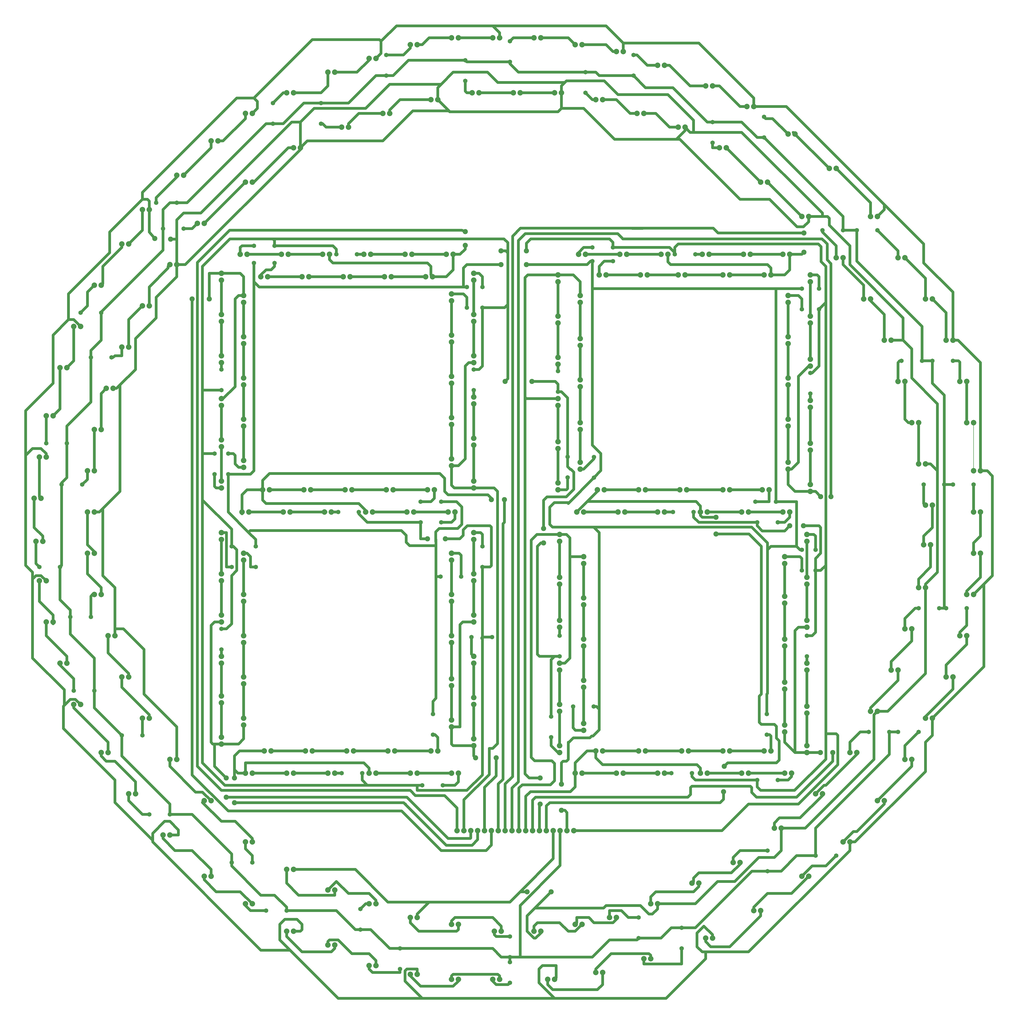
<source format=gbl>
G04 (created by PCBNEW-RS274X (2011-04-29 BZR 2986)-stable) date 5/7/2013 1:39:26 PM*
G01*
G70*
G90*
%MOIN*%
G04 Gerber Fmt 3.4, Leading zero omitted, Abs format*
%FSLAX34Y34*%
G04 APERTURE LIST*
%ADD10C,0.006000*%
%ADD11C,0.080000*%
%ADD12C,0.065000*%
%ADD13C,0.075000*%
%ADD14C,0.040000*%
%ADD15C,0.008000*%
G04 APERTURE END LIST*
G54D10*
G54D11*
X163500Y-182000D03*
X164500Y-182000D03*
G54D12*
X113500Y-127000D03*
X113500Y-130000D03*
X112000Y-139000D03*
X112000Y-142000D03*
X117000Y-130000D03*
X117000Y-127000D03*
G54D11*
X115250Y-152000D03*
X115250Y-153000D03*
X115250Y-146000D03*
X115250Y-147000D03*
X112000Y-125000D03*
X112000Y-126000D03*
X112000Y-131000D03*
X112000Y-132000D03*
X112000Y-137000D03*
X112000Y-138000D03*
X115250Y-140000D03*
X115250Y-141000D03*
X112000Y-154750D03*
X112000Y-155750D03*
X115250Y-134000D03*
X115250Y-135000D03*
X112000Y-148750D03*
X112000Y-149750D03*
X112000Y-143000D03*
X112000Y-144000D03*
X115250Y-128000D03*
X115250Y-129000D03*
X146320Y-168370D03*
X147320Y-168370D03*
X148320Y-168370D03*
X149320Y-168370D03*
X150320Y-168370D03*
X151320Y-168370D03*
X152320Y-168370D03*
X153320Y-168370D03*
X154320Y-168370D03*
X155320Y-168370D03*
X156320Y-168370D03*
X157320Y-168370D03*
X158320Y-168370D03*
X159320Y-168370D03*
X160320Y-168370D03*
X161320Y-168370D03*
X162320Y-168370D03*
X163320Y-168370D03*
G54D12*
X132250Y-182750D03*
X132250Y-179750D03*
X97500Y-154500D03*
X100500Y-154500D03*
X113500Y-173000D03*
X116500Y-173000D03*
X93000Y-99500D03*
X96000Y-99500D03*
X103500Y-80750D03*
X106500Y-80750D03*
X111000Y-113500D03*
X111000Y-116500D03*
X112000Y-104250D03*
X112000Y-101250D03*
X88750Y-118000D03*
X91750Y-118000D03*
X90000Y-137250D03*
X93000Y-137250D03*
X148750Y-101250D03*
X148750Y-104250D03*
X150000Y-92250D03*
X150000Y-89250D03*
X183500Y-65250D03*
X183500Y-68250D03*
X119500Y-65500D03*
X119500Y-62500D03*
X129000Y-122000D03*
X132000Y-122000D03*
X214000Y-100000D03*
X211000Y-100000D03*
X202500Y-81000D03*
X199500Y-81000D03*
X144000Y-123500D03*
X141000Y-123500D03*
X147500Y-56250D03*
X147500Y-59250D03*
X165000Y-58000D03*
X165000Y-61000D03*
X131750Y-84500D03*
X128750Y-84500D03*
X116750Y-83250D03*
X119750Y-83250D03*
X105500Y-77000D03*
X102500Y-77000D03*
X126500Y-62500D03*
X126500Y-65500D03*
X199000Y-92500D03*
X199000Y-89500D03*
X197750Y-101750D03*
X197750Y-104750D03*
X177750Y-122000D03*
X180750Y-122000D03*
X193000Y-123500D03*
X190000Y-123500D03*
X161000Y-104500D03*
X161000Y-101500D03*
X181000Y-84500D03*
X178000Y-84500D03*
X166000Y-83500D03*
X169000Y-83500D03*
X162390Y-113950D03*
X162390Y-116950D03*
X161250Y-143000D03*
X161250Y-140000D03*
X189750Y-120500D03*
X192750Y-120500D03*
X160000Y-151750D03*
X160000Y-154750D03*
X166240Y-113990D03*
X166240Y-116990D03*
X198500Y-130500D03*
X198500Y-127500D03*
X196500Y-130500D03*
X196500Y-127500D03*
X197250Y-140000D03*
X197250Y-143000D03*
X163200Y-150300D03*
X166200Y-150300D03*
X177500Y-160000D03*
X180500Y-160000D03*
X193000Y-161000D03*
X190000Y-161000D03*
X196500Y-92500D03*
X196500Y-89500D03*
X191400Y-154400D03*
X191400Y-151400D03*
X144250Y-161750D03*
X141250Y-161750D03*
X129500Y-160000D03*
X132500Y-160000D03*
X169000Y-85500D03*
X166000Y-85500D03*
X151400Y-140200D03*
X148400Y-140200D03*
X150000Y-130000D03*
X150000Y-127000D03*
X154000Y-186750D03*
X154000Y-183750D03*
X113000Y-113500D03*
X113000Y-116500D03*
X172750Y-184000D03*
X172750Y-181000D03*
X154000Y-187500D03*
X154000Y-190500D03*
X88500Y-130000D03*
X85500Y-130000D03*
X146900Y-131400D03*
X143900Y-131400D03*
X89500Y-112000D03*
X86500Y-112000D03*
X138000Y-185500D03*
X138000Y-188500D03*
X216500Y-136000D03*
X213500Y-136000D03*
X191500Y-174250D03*
X191500Y-171250D03*
X93500Y-148000D03*
X90500Y-148000D03*
X104500Y-166000D03*
X101500Y-166000D03*
X121500Y-180000D03*
X118500Y-180000D03*
X217250Y-118000D03*
X214250Y-118000D03*
X142800Y-154400D03*
X142800Y-151400D03*
X94500Y-93000D03*
X91500Y-93000D03*
X141000Y-120500D03*
X144000Y-120500D03*
X119750Y-85750D03*
X116750Y-85750D03*
X209250Y-154000D03*
X206250Y-154000D03*
X147750Y-92250D03*
X147750Y-89250D03*
G54D11*
X170500Y-160000D03*
X169500Y-160000D03*
X176500Y-160000D03*
X175500Y-160000D03*
X164500Y-160000D03*
X163500Y-160000D03*
X197250Y-144000D03*
X197250Y-145000D03*
X197250Y-150250D03*
X197250Y-151250D03*
X197250Y-156000D03*
X197250Y-157000D03*
X119250Y-156750D03*
X118250Y-156750D03*
X145500Y-90250D03*
X145500Y-91250D03*
X145500Y-96250D03*
X145500Y-97250D03*
X145500Y-102250D03*
X145500Y-103250D03*
X182750Y-160000D03*
X181750Y-160000D03*
X188750Y-160000D03*
X187750Y-160000D03*
X195000Y-160000D03*
X194000Y-160000D03*
X146500Y-160000D03*
X145500Y-160000D03*
X140500Y-160000D03*
X139500Y-160000D03*
X134500Y-160000D03*
X133500Y-160000D03*
X145500Y-108250D03*
X145500Y-109250D03*
X128500Y-160000D03*
X127500Y-160000D03*
X122500Y-160000D03*
X121500Y-160000D03*
X116500Y-160000D03*
X115500Y-160000D03*
X141750Y-87750D03*
X142750Y-87750D03*
X197750Y-99750D03*
X197750Y-100750D03*
X197750Y-118000D03*
X197750Y-119000D03*
X197750Y-112000D03*
X197750Y-113000D03*
X135750Y-87750D03*
X136750Y-87750D03*
X197750Y-105750D03*
X197750Y-106750D03*
X161000Y-100500D03*
X161000Y-99500D03*
X161000Y-94500D03*
X161000Y-93500D03*
X161000Y-88500D03*
X161000Y-87500D03*
X161000Y-106500D03*
X161000Y-105500D03*
X129750Y-87750D03*
X130750Y-87750D03*
X123750Y-87750D03*
X124750Y-87750D03*
X117750Y-87750D03*
X118750Y-87750D03*
X161000Y-112750D03*
X161000Y-111750D03*
X161000Y-118750D03*
X161000Y-117750D03*
X161250Y-138750D03*
X161250Y-137750D03*
X161250Y-132500D03*
X161250Y-131500D03*
X143500Y-156750D03*
X142500Y-156750D03*
X161250Y-126250D03*
X161250Y-125250D03*
X137250Y-156750D03*
X136250Y-156750D03*
X161250Y-145000D03*
X161250Y-144000D03*
X131250Y-156750D03*
X130250Y-156750D03*
X161250Y-151000D03*
X161250Y-150000D03*
X161250Y-157000D03*
X161250Y-156000D03*
X197250Y-125250D03*
X197250Y-126250D03*
X197250Y-131500D03*
X197250Y-132500D03*
X125250Y-156750D03*
X124250Y-156750D03*
X197250Y-137750D03*
X197250Y-138750D03*
X148750Y-111250D03*
X148750Y-112250D03*
X148750Y-117500D03*
X148750Y-118500D03*
X148750Y-99250D03*
X148750Y-100250D03*
X145500Y-152250D03*
X145500Y-153250D03*
X148750Y-93250D03*
X148750Y-94250D03*
X148750Y-87250D03*
X148750Y-88250D03*
X116000Y-122000D03*
X115000Y-122000D03*
X122000Y-122000D03*
X121000Y-122000D03*
X128000Y-122000D03*
X127000Y-122000D03*
X115250Y-91500D03*
X115250Y-90500D03*
X115250Y-97500D03*
X115250Y-96500D03*
X115250Y-103500D03*
X115250Y-102500D03*
X134000Y-122000D03*
X133000Y-122000D03*
X140000Y-122000D03*
X139000Y-122000D03*
X146000Y-122000D03*
X145000Y-122000D03*
X144750Y-84500D03*
X145750Y-84500D03*
X138750Y-84500D03*
X139750Y-84500D03*
X115250Y-109500D03*
X115250Y-108500D03*
X115250Y-115500D03*
X115250Y-114500D03*
X132750Y-84500D03*
X133750Y-84500D03*
X126750Y-84500D03*
X127750Y-84500D03*
X120750Y-84500D03*
X121750Y-84500D03*
X114750Y-84500D03*
X115750Y-84500D03*
X119000Y-118750D03*
X118000Y-118750D03*
X143000Y-118750D03*
X142000Y-118750D03*
X137000Y-118750D03*
X136000Y-118750D03*
X131000Y-118750D03*
X130000Y-118750D03*
X125000Y-118750D03*
X124000Y-118750D03*
X148750Y-143000D03*
X148750Y-144000D03*
X148750Y-149000D03*
X148750Y-150000D03*
X145500Y-114250D03*
X145500Y-115250D03*
X148750Y-155000D03*
X148750Y-156000D03*
X148750Y-137000D03*
X148750Y-138000D03*
X148750Y-131000D03*
X148750Y-132000D03*
X148750Y-125000D03*
X148750Y-126000D03*
X112000Y-118500D03*
X112000Y-117500D03*
X112000Y-112500D03*
X112000Y-111500D03*
X145500Y-128000D03*
X145500Y-129000D03*
X145500Y-134000D03*
X145500Y-135000D03*
X112000Y-106500D03*
X112000Y-105500D03*
X112000Y-88250D03*
X112000Y-87250D03*
X145500Y-140000D03*
X145500Y-141000D03*
X112000Y-94250D03*
X112000Y-93250D03*
X112000Y-100250D03*
X112000Y-99250D03*
X145500Y-146250D03*
X145500Y-147250D03*
X148750Y-105250D03*
X148750Y-106250D03*
X148500Y-61000D03*
X149500Y-61000D03*
X154500Y-61000D03*
X155500Y-61000D03*
X160500Y-61000D03*
X161500Y-61000D03*
X178500Y-66000D03*
X179500Y-66000D03*
X172500Y-64000D03*
X173500Y-64000D03*
X166500Y-62000D03*
X167500Y-62000D03*
X105500Y-73000D03*
X106500Y-73000D03*
X110500Y-68000D03*
X111500Y-68000D03*
X115500Y-64000D03*
X116500Y-64000D03*
X142500Y-62000D03*
X143500Y-62000D03*
X135500Y-64000D03*
X136500Y-64000D03*
X129500Y-66000D03*
X130500Y-66000D03*
X98500Y-163000D03*
X99500Y-163000D03*
X94500Y-157000D03*
X95500Y-157000D03*
X90500Y-150000D03*
X91500Y-150000D03*
X85500Y-132000D03*
X86500Y-132000D03*
X86500Y-138000D03*
X87500Y-138000D03*
X93500Y-110000D03*
X94500Y-110000D03*
X95250Y-104000D03*
X96250Y-104000D03*
X92500Y-122000D03*
X93500Y-122000D03*
X92500Y-128000D03*
X93500Y-128000D03*
X93500Y-134000D03*
X94500Y-134000D03*
X184500Y-69000D03*
X185500Y-69000D03*
X190500Y-74000D03*
X191500Y-74000D03*
X196500Y-79000D03*
X197500Y-79000D03*
X133500Y-56000D03*
X134500Y-56000D03*
X127500Y-58000D03*
X128500Y-58000D03*
X121500Y-61000D03*
X122500Y-61000D03*
X210500Y-103000D03*
X211500Y-103000D03*
X212500Y-109000D03*
X213500Y-109000D03*
X213500Y-115000D03*
X214500Y-115000D03*
X208500Y-97000D03*
X209500Y-97000D03*
X205500Y-91000D03*
X206500Y-91000D03*
X201500Y-85000D03*
X202500Y-85000D03*
X109500Y-175000D03*
X110500Y-175000D03*
X103500Y-169000D03*
X104500Y-169000D03*
X121500Y-183000D03*
X122500Y-183000D03*
X127500Y-185000D03*
X128500Y-185000D03*
X133500Y-188000D03*
X134500Y-188000D03*
X203500Y-157000D03*
X204500Y-157000D03*
X198500Y-163000D03*
X199500Y-163000D03*
X192500Y-168000D03*
X193500Y-168000D03*
X174500Y-179000D03*
X175500Y-179000D03*
X180500Y-176000D03*
X181500Y-176000D03*
X186500Y-173000D03*
X187500Y-173000D03*
X211500Y-139000D03*
X212500Y-139000D03*
X209500Y-145000D03*
X210500Y-145000D03*
X206500Y-151000D03*
X207500Y-151000D03*
X213500Y-133000D03*
X214500Y-133000D03*
X214250Y-126750D03*
X215250Y-126750D03*
X214500Y-121000D03*
X215500Y-121000D03*
X88500Y-144000D03*
X89500Y-144000D03*
X86500Y-108000D03*
X87500Y-108000D03*
X88500Y-101000D03*
X89500Y-101000D03*
X90500Y-95000D03*
X91500Y-95000D03*
X85500Y-114000D03*
X86500Y-114000D03*
X84750Y-120000D03*
X85750Y-120000D03*
X85000Y-126250D03*
X86000Y-126250D03*
X100500Y-78000D03*
X101500Y-78000D03*
X97500Y-83000D03*
X98500Y-83000D03*
X93500Y-89000D03*
X94500Y-89000D03*
X168500Y-181000D03*
X169500Y-181000D03*
X157500Y-183000D03*
X158500Y-183000D03*
X139500Y-189250D03*
X140500Y-189250D03*
X145500Y-190000D03*
X146500Y-190000D03*
X151500Y-190000D03*
X152500Y-190000D03*
X115500Y-179000D03*
X116500Y-179000D03*
X173750Y-118750D03*
X172750Y-118750D03*
X167750Y-118750D03*
X166750Y-118750D03*
X164250Y-115750D03*
X164250Y-114750D03*
X164250Y-110000D03*
X164250Y-109000D03*
X164250Y-103750D03*
X164250Y-102750D03*
X164250Y-97750D03*
X164250Y-96750D03*
X164250Y-91500D03*
X164250Y-90500D03*
X194000Y-153000D03*
X194000Y-154000D03*
X194000Y-146750D03*
X194000Y-147750D03*
X194000Y-140500D03*
X194000Y-141500D03*
X194000Y-134250D03*
X194000Y-135250D03*
X194000Y-128500D03*
X194000Y-129500D03*
X164750Y-153750D03*
X164750Y-152750D03*
X164750Y-147500D03*
X164750Y-146500D03*
X164750Y-141500D03*
X164750Y-140500D03*
X164750Y-135500D03*
X164750Y-134500D03*
X164750Y-129500D03*
X164750Y-128500D03*
X197750Y-93500D03*
X197750Y-94500D03*
X197750Y-87500D03*
X197750Y-88500D03*
X164750Y-122000D03*
X163750Y-122000D03*
X170750Y-122000D03*
X169750Y-122000D03*
X176500Y-122000D03*
X175500Y-122000D03*
X182750Y-122000D03*
X181750Y-122000D03*
X188750Y-122000D03*
X187750Y-122000D03*
X194750Y-122000D03*
X193750Y-122000D03*
X193750Y-84500D03*
X194750Y-84500D03*
X188000Y-84500D03*
X189000Y-84500D03*
X182000Y-84500D03*
X183000Y-84500D03*
X176000Y-84500D03*
X177000Y-84500D03*
X170000Y-84500D03*
X171000Y-84500D03*
X164000Y-84500D03*
X165000Y-84500D03*
X191750Y-118750D03*
X190750Y-118750D03*
X186000Y-118750D03*
X185000Y-118750D03*
X179750Y-118750D03*
X178750Y-118750D03*
X139500Y-181000D03*
X140500Y-181000D03*
X121500Y-174000D03*
X122500Y-174000D03*
X127500Y-177000D03*
X128500Y-177000D03*
X133500Y-179000D03*
X134500Y-179000D03*
X100500Y-152000D03*
X101500Y-152000D03*
X97500Y-146000D03*
X98500Y-146000D03*
X95500Y-140000D03*
X96500Y-140000D03*
X104500Y-158000D03*
X105500Y-158000D03*
X109500Y-164000D03*
X110500Y-164000D03*
X115500Y-170000D03*
X116500Y-170000D03*
X97500Y-98000D03*
X98500Y-98000D03*
X100500Y-92000D03*
X101500Y-92000D03*
X104500Y-86000D03*
X105500Y-86000D03*
X122500Y-69000D03*
X123500Y-69000D03*
X115500Y-74000D03*
X116500Y-74000D03*
X108500Y-80000D03*
X109500Y-80000D03*
X92500Y-116000D03*
X93500Y-116000D03*
X194500Y-114750D03*
X194500Y-115750D03*
X194500Y-108500D03*
X194500Y-109500D03*
X194500Y-102500D03*
X194500Y-103500D03*
X194500Y-96500D03*
X194500Y-97500D03*
X194500Y-90500D03*
X194500Y-91500D03*
X167500Y-156750D03*
X166500Y-156750D03*
X173750Y-156750D03*
X172750Y-156750D03*
X180000Y-156750D03*
X179000Y-156750D03*
X186000Y-156750D03*
X185000Y-156750D03*
X192000Y-156750D03*
X191000Y-156750D03*
X167000Y-87500D03*
X168000Y-87500D03*
X173000Y-87500D03*
X174000Y-87500D03*
X178500Y-87500D03*
X179500Y-87500D03*
X185000Y-87500D03*
X186000Y-87500D03*
X191000Y-87500D03*
X192000Y-87500D03*
X151750Y-183000D03*
X152750Y-183000D03*
X145500Y-182000D03*
X146500Y-182000D03*
G54D12*
X136000Y-58500D03*
X136000Y-55500D03*
X154000Y-56500D03*
X154000Y-53500D03*
X172000Y-58500D03*
X172000Y-55500D03*
X191000Y-67500D03*
X191000Y-64500D03*
X204500Y-81000D03*
X207500Y-81000D03*
X215500Y-100000D03*
X218500Y-100000D03*
X218500Y-118000D03*
X221500Y-118000D03*
X217500Y-136000D03*
X220500Y-136000D03*
X210500Y-154000D03*
X213500Y-154000D03*
X198500Y-172000D03*
X201500Y-172000D03*
X179000Y-182500D03*
X179000Y-185500D03*
G54D11*
X207500Y-164000D03*
X208500Y-164000D03*
X189500Y-180000D03*
X190500Y-180000D03*
X166500Y-189000D03*
X167500Y-189000D03*
X202500Y-170000D03*
X203500Y-170000D03*
X182500Y-184000D03*
X183500Y-184000D03*
X159500Y-190000D03*
X160500Y-190000D03*
X139500Y-54000D03*
X140500Y-54000D03*
X157500Y-53000D03*
X158500Y-53000D03*
X175500Y-57000D03*
X176500Y-57000D03*
X194500Y-67000D03*
X195500Y-67000D03*
X210500Y-85000D03*
X211500Y-85000D03*
X219500Y-103000D03*
X220500Y-103000D03*
X221500Y-122000D03*
X222500Y-122000D03*
X219500Y-140000D03*
X220500Y-140000D03*
X145500Y-53000D03*
X146500Y-53000D03*
X163500Y-54000D03*
X164500Y-54000D03*
X182500Y-60000D03*
X183500Y-60000D03*
X200500Y-72000D03*
X201500Y-72000D03*
X214500Y-91000D03*
X215500Y-91000D03*
X220500Y-109000D03*
X221500Y-109000D03*
X221500Y-128000D03*
X222500Y-128000D03*
X217500Y-146000D03*
X218500Y-146000D03*
X151500Y-53000D03*
X152500Y-53000D03*
X169500Y-55000D03*
X170500Y-55000D03*
X188500Y-63000D03*
X189500Y-63000D03*
X206500Y-79000D03*
X207500Y-79000D03*
X217500Y-97000D03*
X218500Y-97000D03*
X221500Y-116000D03*
X222500Y-116000D03*
X220500Y-134000D03*
X221500Y-134000D03*
X214500Y-152000D03*
X215500Y-152000D03*
X211500Y-158000D03*
X212500Y-158000D03*
X196500Y-175000D03*
X197500Y-175000D03*
X173500Y-187000D03*
X174500Y-187000D03*
G54D13*
X147500Y-81200D03*
X147500Y-83200D03*
X199200Y-157000D03*
X201000Y-157000D03*
X158400Y-164500D03*
X158400Y-160700D03*
X184000Y-125200D03*
X184000Y-122750D03*
X185200Y-159000D03*
X185100Y-162700D03*
X112700Y-160700D03*
X112700Y-163500D03*
X113900Y-164300D03*
X113900Y-160700D03*
X149000Y-157750D03*
X152000Y-157750D03*
X110250Y-91000D03*
X107750Y-91000D03*
X151300Y-120200D03*
X153200Y-120200D03*
X196800Y-81400D03*
X196800Y-84200D03*
X200750Y-119750D03*
X199250Y-119750D03*
X156500Y-177250D03*
X160000Y-177250D03*
X104600Y-82300D03*
X102300Y-82200D03*
X152700Y-84000D03*
X156400Y-84000D03*
X153300Y-103000D03*
X157200Y-103000D03*
X142000Y-125900D03*
X144600Y-125900D03*
X158900Y-124400D03*
X158900Y-126500D03*
X194750Y-124000D03*
X196750Y-124000D03*
X161500Y-161600D03*
X161500Y-165400D03*
X152700Y-86000D03*
X156400Y-86000D03*
G54D14*
X145750Y-84500D02*
X146750Y-84500D01*
X146320Y-165070D02*
X146320Y-168370D01*
X144500Y-163250D02*
X146320Y-165070D01*
X140250Y-163250D02*
X144500Y-163250D01*
X139500Y-162500D02*
X140250Y-163250D01*
X112000Y-162500D02*
X139500Y-162500D01*
X108500Y-159000D02*
X112000Y-162500D01*
X108500Y-85700D02*
X108500Y-159000D01*
X113200Y-81000D02*
X108500Y-85700D01*
X147000Y-81000D02*
X113200Y-81000D01*
X147500Y-81200D02*
X147000Y-81000D01*
X147500Y-83750D02*
X147500Y-83200D01*
X146750Y-84500D02*
X147500Y-83750D01*
X127750Y-84500D02*
X127750Y-85250D01*
X142500Y-87500D02*
X142750Y-87750D01*
X142500Y-86250D02*
X142500Y-87500D01*
X142000Y-85750D02*
X142500Y-86250D01*
X128250Y-85750D02*
X142000Y-85750D01*
X127750Y-85250D02*
X128250Y-85750D01*
X145750Y-86750D02*
X144750Y-87750D01*
X145750Y-84500D02*
X145750Y-86750D01*
X144750Y-87750D02*
X142750Y-87750D01*
X161250Y-125250D02*
X162250Y-125250D01*
X162750Y-125750D02*
X162750Y-128500D01*
X162250Y-125250D02*
X162750Y-125750D01*
X157400Y-161700D02*
X159900Y-161700D01*
X157600Y-158200D02*
X157100Y-157700D01*
X160100Y-158200D02*
X157600Y-158200D01*
X160500Y-158600D02*
X160100Y-158200D01*
X160500Y-161100D02*
X160500Y-158600D01*
X159900Y-161700D02*
X160500Y-161100D01*
X155320Y-162180D02*
X155320Y-162680D01*
X155800Y-161700D02*
X155320Y-162180D01*
X157400Y-161700D02*
X155800Y-161700D01*
X155320Y-168370D02*
X155320Y-162680D01*
X157950Y-125250D02*
X161250Y-125250D01*
X157100Y-126100D02*
X157950Y-125250D01*
X157100Y-157700D02*
X157100Y-126100D01*
X162750Y-128500D02*
X164750Y-128500D01*
X162750Y-143250D02*
X162750Y-128500D01*
X161250Y-144000D02*
X162000Y-144000D01*
X162000Y-144000D02*
X162750Y-143250D01*
X156320Y-164000D02*
X156320Y-163380D01*
X163500Y-162000D02*
X163500Y-160000D01*
X162800Y-162700D02*
X163500Y-162000D01*
X157000Y-162700D02*
X162800Y-162700D01*
X156320Y-163380D02*
X157000Y-162700D01*
X156320Y-168370D02*
X156320Y-164000D01*
X166500Y-157750D02*
X166500Y-156750D01*
X167500Y-158750D02*
X166500Y-157750D01*
X181250Y-158750D02*
X167500Y-158750D01*
X181750Y-159250D02*
X181250Y-158750D01*
X166500Y-156750D02*
X165250Y-156750D01*
X163500Y-158500D02*
X163500Y-160000D01*
X165250Y-156750D02*
X163500Y-158500D01*
X181750Y-160000D02*
X181750Y-159250D01*
X190100Y-163500D02*
X189900Y-163500D01*
X179500Y-163500D02*
X179200Y-163500D01*
X179900Y-163500D02*
X179500Y-163500D01*
X180300Y-163100D02*
X179900Y-163500D01*
X180300Y-162100D02*
X180300Y-163100D01*
X180500Y-161900D02*
X180300Y-162100D01*
X189000Y-161900D02*
X180500Y-161900D01*
X189200Y-162100D02*
X189000Y-161900D01*
X189200Y-162800D02*
X189200Y-162100D01*
X189900Y-163500D02*
X189200Y-162800D01*
X157320Y-168370D02*
X157320Y-163930D01*
X157320Y-163930D02*
X157750Y-163500D01*
X157750Y-163500D02*
X179200Y-163500D01*
X199200Y-157000D02*
X197250Y-157000D01*
X201000Y-158250D02*
X201000Y-157000D01*
X195750Y-163500D02*
X201000Y-158250D01*
X190100Y-163500D02*
X195750Y-163500D01*
X195500Y-157000D02*
X194000Y-155500D01*
X197250Y-138750D02*
X196000Y-138750D01*
X195500Y-139250D02*
X195500Y-157000D01*
X196000Y-138750D02*
X195500Y-139250D01*
X197250Y-157000D02*
X195500Y-157000D01*
X194000Y-155500D02*
X194000Y-154000D01*
X159200Y-105500D02*
X156400Y-105500D01*
X159300Y-105500D02*
X159200Y-105500D01*
X156400Y-105500D02*
X156200Y-105300D01*
X156200Y-108500D02*
X156200Y-105300D01*
X156200Y-108500D02*
X156200Y-122400D01*
X156200Y-126700D02*
X156200Y-160100D01*
X156800Y-160700D02*
X158400Y-160700D01*
X156200Y-160100D02*
X156800Y-160700D01*
X156200Y-122400D02*
X156200Y-126700D01*
X156200Y-105300D02*
X156200Y-87900D01*
X156200Y-87900D02*
X156600Y-87500D01*
X156600Y-87500D02*
X159800Y-87500D01*
X158400Y-164500D02*
X158320Y-164580D01*
X158320Y-164580D02*
X158320Y-165980D01*
X158320Y-165980D02*
X158300Y-166000D01*
X158300Y-166000D02*
X158320Y-166000D01*
X158320Y-168370D02*
X158320Y-166000D01*
X158320Y-166000D02*
X158320Y-165780D01*
X161000Y-87500D02*
X159800Y-87500D01*
X159800Y-87500D02*
X159300Y-87500D01*
X159250Y-105500D02*
X159300Y-105500D01*
X159300Y-105500D02*
X161000Y-105500D01*
X163250Y-87500D02*
X161000Y-87500D01*
X164250Y-88500D02*
X164000Y-88250D01*
X164000Y-88250D02*
X163250Y-87500D01*
X164250Y-90500D02*
X164250Y-88500D01*
X159320Y-165930D02*
X159320Y-164780D01*
X184600Y-164300D02*
X185100Y-163800D01*
X159800Y-164300D02*
X184600Y-164300D01*
X159320Y-164780D02*
X159800Y-164300D01*
X186000Y-158500D02*
X185700Y-158500D01*
X184000Y-122750D02*
X182000Y-122750D01*
X182000Y-122750D02*
X181750Y-122500D01*
X181750Y-122500D02*
X181750Y-122000D01*
X188800Y-125200D02*
X190600Y-127000D01*
X190600Y-127000D02*
X190600Y-148500D01*
X190600Y-148500D02*
X190300Y-148800D01*
X190300Y-148800D02*
X190300Y-152600D01*
X190300Y-152600D02*
X190600Y-152900D01*
X190600Y-152900D02*
X192500Y-152900D01*
X192500Y-152900D02*
X192800Y-153200D01*
X192800Y-153200D02*
X192800Y-154900D01*
X192800Y-154900D02*
X193200Y-155300D01*
X193200Y-155300D02*
X193200Y-157300D01*
X184000Y-125200D02*
X188800Y-125200D01*
X193200Y-158100D02*
X192800Y-158500D01*
X192800Y-158500D02*
X186000Y-158500D01*
X193200Y-157300D02*
X193200Y-158100D01*
X185700Y-158500D02*
X185200Y-159000D01*
X185100Y-162700D02*
X185100Y-163800D01*
X181750Y-122000D02*
X181750Y-121120D01*
X181102Y-120472D02*
X165278Y-120472D01*
X181750Y-121120D02*
X181102Y-120472D01*
X159320Y-168370D02*
X159320Y-165930D01*
X166750Y-118750D02*
X166750Y-119000D01*
X166750Y-119000D02*
X165278Y-120472D01*
X165278Y-120472D02*
X163750Y-122000D01*
X148750Y-118500D02*
X151700Y-118500D01*
X151500Y-156400D02*
X151000Y-156400D01*
X152200Y-155700D02*
X151500Y-156400D01*
X152200Y-119000D02*
X152200Y-155700D01*
X151700Y-118500D02*
X152200Y-119000D01*
X147320Y-163880D02*
X151000Y-160200D01*
X147320Y-163880D02*
X147320Y-168370D01*
X151000Y-160200D02*
X151000Y-156400D01*
X145500Y-115250D02*
X145500Y-118100D01*
X145900Y-118500D02*
X148750Y-118500D01*
X145500Y-118100D02*
X145900Y-118500D01*
X148750Y-100250D02*
X148000Y-100250D01*
X146500Y-115250D02*
X145500Y-115250D01*
X147500Y-114250D02*
X146500Y-115250D01*
X147500Y-100750D02*
X147500Y-114250D01*
X148000Y-100250D02*
X147500Y-100750D01*
X111000Y-155750D02*
X111000Y-159000D01*
X111000Y-159000D02*
X112700Y-160700D01*
X148320Y-169430D02*
X148320Y-168370D01*
X112700Y-163500D02*
X113750Y-163500D01*
X113750Y-163500D02*
X139000Y-163500D01*
X139000Y-163500D02*
X145000Y-169500D01*
X145000Y-169500D02*
X148250Y-169500D01*
X148250Y-169500D02*
X148320Y-169430D01*
X112000Y-138000D02*
X111000Y-138000D01*
X110750Y-155750D02*
X111000Y-155750D01*
X111000Y-155750D02*
X112000Y-155750D01*
X110500Y-155500D02*
X110750Y-155750D01*
X110500Y-138500D02*
X110500Y-155500D01*
X111000Y-138000D02*
X110500Y-138500D01*
X114500Y-155750D02*
X113500Y-155750D01*
X113500Y-155750D02*
X112000Y-155750D01*
X115250Y-155000D02*
X114500Y-155750D01*
X115250Y-153000D02*
X115250Y-155000D01*
X113900Y-164300D02*
X138550Y-164300D01*
X138800Y-164500D02*
X138800Y-164550D01*
X138750Y-164500D02*
X138800Y-164500D01*
X138550Y-164300D02*
X138750Y-164500D01*
X115500Y-160000D02*
X114400Y-160000D01*
X114400Y-160000D02*
X113900Y-159500D01*
X113900Y-160700D02*
X113900Y-159500D01*
X113900Y-159500D02*
X113900Y-157500D01*
X113900Y-157500D02*
X114650Y-156750D01*
X114650Y-156750D02*
X118250Y-156750D01*
X113900Y-160000D02*
X113900Y-160700D01*
X149320Y-168370D02*
X149320Y-169680D01*
X149320Y-169680D02*
X148500Y-170500D01*
X148500Y-170500D02*
X144750Y-170500D01*
X144750Y-170500D02*
X138800Y-164550D01*
X138800Y-164550D02*
X138598Y-164348D01*
X132750Y-158500D02*
X115500Y-158500D01*
X133500Y-159250D02*
X132750Y-158500D01*
X118250Y-156750D02*
X117250Y-156750D01*
X115500Y-158500D02*
X115500Y-160000D01*
X133500Y-160000D02*
X133500Y-159250D01*
X150320Y-168370D02*
X150320Y-162080D01*
X148750Y-157500D02*
X148750Y-156000D01*
X149000Y-157750D02*
X148750Y-157500D01*
X152000Y-160400D02*
X152000Y-157750D01*
X150320Y-162080D02*
X152000Y-160400D01*
X148750Y-138000D02*
X147150Y-138000D01*
X146750Y-153250D02*
X145500Y-153250D01*
X146750Y-138400D02*
X146750Y-153250D01*
X147150Y-138000D02*
X146750Y-138400D01*
X148750Y-156000D02*
X147500Y-156000D01*
X145500Y-155750D02*
X145500Y-153250D01*
X145750Y-156000D02*
X145500Y-155750D01*
X147500Y-156000D02*
X145750Y-156000D01*
X151320Y-168370D02*
X151320Y-170480D01*
X110250Y-87250D02*
X112000Y-87250D01*
X110250Y-91000D02*
X110250Y-87250D01*
X107750Y-160250D02*
X107750Y-91000D01*
X113000Y-165500D02*
X107750Y-160250D01*
X138250Y-165500D02*
X113000Y-165500D01*
X144000Y-171250D02*
X138250Y-165500D01*
X150550Y-171250D02*
X144000Y-171250D01*
X151320Y-170480D02*
X150550Y-171250D01*
X114500Y-90500D02*
X115250Y-90500D01*
X114000Y-91000D02*
X114500Y-90500D01*
X114000Y-103750D02*
X114000Y-91000D01*
X112250Y-105500D02*
X114000Y-103750D01*
X112000Y-87250D02*
X114750Y-87250D01*
X115250Y-87750D02*
X115250Y-90500D01*
X114750Y-87250D02*
X115250Y-87750D01*
X112000Y-105500D02*
X112250Y-105500D01*
X144500Y-118300D02*
X144500Y-119000D01*
X153200Y-123500D02*
X153000Y-123700D01*
X119000Y-116400D02*
X118000Y-117400D01*
X143800Y-116400D02*
X119000Y-116400D01*
X144500Y-117100D02*
X143800Y-116400D01*
X144500Y-118300D02*
X144500Y-117100D01*
X118000Y-118750D02*
X118000Y-117400D01*
X153000Y-123700D02*
X153000Y-157700D01*
X153200Y-120200D02*
X153200Y-123500D01*
X151300Y-120000D02*
X151300Y-120200D01*
X150800Y-119500D02*
X151300Y-120000D01*
X145000Y-119500D02*
X150800Y-119500D01*
X144500Y-119000D02*
X145000Y-119500D01*
X152320Y-161580D02*
X153000Y-160900D01*
X153000Y-160900D02*
X153000Y-157700D01*
X152320Y-161580D02*
X152320Y-168370D01*
X153000Y-157700D02*
X153000Y-157500D01*
X115000Y-122000D02*
X115000Y-122250D01*
X118000Y-120250D02*
X118000Y-118750D01*
X133000Y-122000D02*
X133000Y-121750D01*
X133000Y-121750D02*
X132000Y-120750D01*
X132000Y-120750D02*
X118500Y-120750D01*
X118500Y-120750D02*
X118000Y-120250D01*
X118000Y-118750D02*
X115750Y-118750D01*
X115750Y-118750D02*
X115000Y-119500D01*
X115000Y-119500D02*
X115000Y-122000D01*
X177000Y-85500D02*
X177000Y-85600D01*
X177000Y-85600D02*
X177400Y-86000D01*
X178250Y-86000D02*
X191500Y-86000D01*
X191500Y-86000D02*
X192000Y-86500D01*
X192000Y-86500D02*
X192000Y-87500D01*
X177400Y-86000D02*
X178250Y-86000D01*
X194750Y-84500D02*
X196500Y-84500D01*
X183600Y-80700D02*
X170400Y-80700D01*
X184300Y-81400D02*
X183600Y-80700D01*
X192400Y-81400D02*
X184300Y-81400D01*
X196800Y-81400D02*
X192400Y-81400D01*
X196500Y-84500D02*
X196800Y-84200D01*
X177000Y-84500D02*
X177000Y-85500D01*
X171790Y-80730D02*
X173330Y-80730D01*
X171700Y-80700D02*
X171790Y-80730D01*
X170400Y-80700D02*
X171700Y-80700D01*
X153320Y-161580D02*
X154400Y-160500D01*
X153320Y-168370D02*
X153320Y-161580D01*
X155550Y-80700D02*
X170400Y-80700D01*
X154400Y-81850D02*
X155550Y-80700D01*
X154400Y-160500D02*
X154400Y-81850D01*
X192000Y-87500D02*
X194000Y-87500D01*
X194750Y-86750D02*
X194750Y-84500D01*
X194000Y-87500D02*
X194750Y-86750D01*
X177000Y-84500D02*
X177000Y-84750D01*
X196800Y-82250D02*
X199450Y-82250D01*
X199450Y-82250D02*
X199900Y-82700D01*
X200200Y-85300D02*
X200200Y-83000D01*
X200200Y-85300D02*
X200750Y-85850D01*
X200750Y-85850D02*
X200750Y-119750D01*
X199250Y-119750D02*
X198500Y-119000D01*
X198500Y-119000D02*
X197750Y-119000D01*
X200200Y-83000D02*
X199900Y-82700D01*
X181800Y-82250D02*
X170450Y-82250D01*
X170450Y-82250D02*
X170300Y-82100D01*
X160750Y-81502D02*
X169702Y-81502D01*
X169702Y-81502D02*
X170300Y-82100D01*
X154320Y-162180D02*
X155250Y-161250D01*
X155250Y-161250D02*
X155250Y-82500D01*
X155250Y-82500D02*
X156248Y-81502D01*
X156248Y-81502D02*
X160750Y-81502D01*
X154320Y-168370D02*
X154320Y-162180D01*
X181750Y-82250D02*
X181800Y-82250D01*
X181800Y-82250D02*
X196800Y-82250D01*
X195000Y-115750D02*
X194500Y-115750D01*
X196000Y-114750D02*
X195000Y-115750D01*
X196000Y-102250D02*
X196000Y-114750D01*
X197500Y-100750D02*
X196000Y-102250D01*
X194500Y-115750D02*
X194500Y-118000D01*
X195500Y-119000D02*
X197750Y-119000D01*
X194500Y-118000D02*
X195500Y-119000D01*
X197750Y-100750D02*
X197500Y-100750D01*
X196200Y-80500D02*
X195800Y-80500D01*
X191800Y-76500D02*
X187500Y-76500D01*
X195800Y-80500D02*
X191800Y-76500D01*
X104600Y-82300D02*
X105400Y-82300D01*
X105400Y-82300D02*
X105500Y-82400D01*
X123500Y-65250D02*
X122250Y-65250D01*
X122250Y-65250D02*
X109000Y-78500D01*
X109000Y-78500D02*
X106500Y-78500D01*
X106500Y-78500D02*
X105500Y-79500D01*
X105500Y-79500D02*
X105500Y-82400D01*
X105500Y-82400D02*
X105500Y-86000D01*
X144000Y-59750D02*
X136500Y-59750D01*
X123500Y-65250D02*
X123500Y-69000D01*
X125500Y-63250D02*
X123500Y-65250D01*
X133000Y-63250D02*
X125500Y-63250D01*
X136500Y-59750D02*
X133000Y-63250D01*
X162000Y-59500D02*
X152250Y-59500D01*
X143500Y-60250D02*
X143500Y-62000D01*
X145750Y-58000D02*
X144000Y-59750D01*
X144000Y-59750D02*
X143500Y-60250D01*
X150750Y-58000D02*
X145750Y-58000D01*
X152250Y-59500D02*
X150750Y-58000D01*
X180750Y-66750D02*
X180750Y-65000D01*
X161500Y-60000D02*
X161500Y-61000D01*
X162250Y-59250D02*
X162000Y-59500D01*
X162000Y-59500D02*
X161500Y-60000D01*
X167750Y-59250D02*
X162250Y-59250D01*
X169750Y-61250D02*
X167750Y-59250D01*
X177000Y-61250D02*
X169750Y-61250D01*
X180750Y-65000D02*
X177000Y-61250D01*
X199500Y-79000D02*
X199500Y-78500D01*
X180250Y-66750D02*
X179500Y-66000D01*
X187750Y-66750D02*
X180750Y-66750D01*
X180750Y-66750D02*
X180250Y-66750D01*
X199500Y-78500D02*
X187750Y-66750D01*
X211250Y-97000D02*
X211250Y-93750D01*
X200250Y-79000D02*
X199500Y-79000D01*
X199500Y-79000D02*
X197500Y-79000D01*
X200500Y-79250D02*
X200250Y-79000D01*
X200500Y-80250D02*
X200500Y-79250D01*
X203500Y-83250D02*
X200500Y-80250D01*
X203500Y-86000D02*
X203500Y-83250D01*
X211250Y-93750D02*
X203500Y-86000D01*
X216250Y-116000D02*
X216250Y-106250D01*
X211250Y-97000D02*
X209500Y-97000D01*
X212500Y-98250D02*
X211250Y-97000D01*
X212500Y-102500D02*
X212500Y-98250D01*
X216250Y-106250D02*
X212500Y-102500D01*
X214500Y-133000D02*
X214500Y-132500D01*
X215250Y-115000D02*
X214500Y-115000D01*
X216250Y-116000D02*
X215250Y-115000D01*
X216250Y-130750D02*
X216250Y-116000D01*
X214500Y-132500D02*
X216250Y-130750D01*
X207500Y-151000D02*
X209000Y-151000D01*
X214500Y-145500D02*
X214500Y-133000D01*
X209000Y-151000D02*
X214500Y-145500D01*
X193500Y-168000D02*
X196000Y-168000D01*
X207000Y-151500D02*
X207500Y-151000D01*
X207000Y-158000D02*
X207000Y-151500D01*
X197000Y-168000D02*
X207000Y-158000D01*
X196000Y-168000D02*
X197000Y-168000D01*
X175500Y-179000D02*
X179750Y-179000D01*
X193500Y-171250D02*
X193500Y-168000D01*
X192500Y-172250D02*
X193500Y-171250D01*
X190250Y-172250D02*
X192500Y-172250D01*
X186750Y-175750D02*
X190250Y-172250D01*
X184250Y-175750D02*
X186750Y-175750D01*
X181000Y-179000D02*
X184250Y-175750D01*
X179750Y-179000D02*
X181000Y-179000D01*
X157625Y-179625D02*
X167625Y-179625D01*
X175500Y-179750D02*
X175500Y-179000D01*
X174750Y-180500D02*
X175500Y-179750D01*
X174250Y-180500D02*
X174750Y-180500D01*
X173000Y-179250D02*
X174250Y-180500D01*
X168000Y-179250D02*
X173000Y-179250D01*
X167625Y-179625D02*
X168000Y-179250D01*
X158500Y-183000D02*
X158500Y-183250D01*
X156500Y-177250D02*
X155500Y-177250D01*
X156500Y-180750D02*
X157625Y-179625D01*
X157625Y-179625D02*
X160000Y-177250D01*
X156500Y-183000D02*
X156500Y-180750D01*
X157500Y-184000D02*
X156500Y-183000D01*
X157750Y-184000D02*
X157500Y-184000D01*
X158500Y-183250D02*
X157750Y-184000D01*
X122500Y-174000D02*
X131500Y-174000D01*
X136250Y-178750D02*
X142250Y-178750D01*
X131500Y-174000D02*
X136250Y-178750D01*
X105500Y-86000D02*
X105500Y-85500D01*
X102300Y-82200D02*
X101500Y-81250D01*
X101500Y-81250D02*
X101500Y-78000D01*
X96500Y-139000D02*
X97750Y-139000D01*
X105500Y-153250D02*
X105500Y-158000D01*
X100750Y-148500D02*
X105500Y-153250D01*
X100750Y-142000D02*
X100750Y-148500D01*
X97750Y-139000D02*
X100750Y-142000D01*
X94750Y-121500D02*
X94750Y-131250D01*
X96500Y-133000D02*
X96500Y-139000D01*
X96500Y-139000D02*
X96500Y-140000D01*
X94750Y-131250D02*
X96500Y-133000D01*
X97250Y-103500D02*
X97250Y-119000D01*
X94250Y-122000D02*
X93500Y-122000D01*
X97250Y-119000D02*
X94750Y-121500D01*
X94750Y-121500D02*
X94250Y-122000D01*
X105500Y-86000D02*
X105500Y-87750D01*
X105500Y-87750D02*
X102500Y-90750D01*
X102500Y-90750D02*
X102500Y-93750D01*
X102500Y-93750D02*
X99500Y-96750D01*
X99500Y-96750D02*
X99500Y-101250D01*
X99500Y-101250D02*
X97250Y-103500D01*
X96750Y-104000D02*
X96250Y-104000D01*
X97250Y-103500D02*
X96750Y-104000D01*
X123500Y-69000D02*
X123500Y-69250D01*
X106750Y-86000D02*
X105500Y-86000D01*
X123500Y-69250D02*
X106750Y-86000D01*
X145125Y-63625D02*
X139875Y-63625D01*
X139875Y-63625D02*
X135500Y-68000D01*
X135500Y-68000D02*
X124500Y-68000D01*
X124500Y-68000D02*
X123500Y-69000D01*
X178250Y-67750D02*
X178750Y-67750D01*
X178750Y-67750D02*
X187500Y-76500D01*
X196200Y-80500D02*
X196750Y-80500D01*
X196750Y-80500D02*
X197500Y-79750D01*
X197500Y-79750D02*
X197500Y-79000D01*
X161500Y-63250D02*
X164750Y-63250D01*
X179500Y-66500D02*
X179500Y-66000D01*
X178250Y-67750D02*
X179500Y-66500D01*
X169250Y-67750D02*
X178250Y-67750D01*
X164750Y-63250D02*
X169250Y-67750D01*
X143500Y-62000D02*
X145125Y-63625D01*
X145125Y-63625D02*
X145250Y-63750D01*
X161500Y-63250D02*
X161500Y-61000D01*
X161000Y-63750D02*
X161500Y-63250D01*
X145250Y-63750D02*
X161000Y-63750D01*
X160320Y-168370D02*
X160320Y-172430D01*
X140500Y-180500D02*
X140500Y-181000D01*
X142250Y-178750D02*
X140500Y-180500D01*
X154000Y-178750D02*
X142250Y-178750D01*
X160320Y-172430D02*
X155500Y-177250D01*
X155500Y-177250D02*
X154000Y-178750D01*
X170500Y-53750D02*
X181500Y-53750D01*
X189500Y-61750D02*
X189500Y-63000D01*
X181500Y-53750D02*
X189500Y-61750D01*
X151500Y-51250D02*
X168000Y-51250D01*
X170500Y-53750D02*
X170500Y-55000D01*
X168000Y-51250D02*
X170500Y-53750D01*
X135250Y-53375D02*
X135375Y-53375D01*
X152500Y-52250D02*
X152500Y-53000D01*
X151500Y-51250D02*
X152500Y-52250D01*
X137500Y-51250D02*
X151500Y-51250D01*
X135375Y-53375D02*
X137500Y-51250D01*
X116750Y-61750D02*
X125250Y-53250D01*
X135250Y-55250D02*
X134500Y-56000D01*
X135250Y-53500D02*
X135250Y-53375D01*
X135250Y-53375D02*
X135250Y-55250D01*
X135000Y-53250D02*
X135250Y-53500D01*
X125250Y-53250D02*
X135000Y-53250D01*
X100500Y-76500D02*
X100500Y-75500D01*
X117250Y-63250D02*
X116500Y-64000D01*
X117250Y-62250D02*
X117250Y-63250D01*
X116750Y-61750D02*
X117250Y-62250D01*
X114250Y-61750D02*
X116750Y-61750D01*
X100500Y-75500D02*
X114250Y-61750D01*
X89750Y-94000D02*
X89750Y-90250D01*
X101500Y-76750D02*
X101500Y-78000D01*
X100500Y-76500D02*
X101250Y-76500D01*
X101250Y-76500D02*
X101500Y-76750D01*
X95750Y-81250D02*
X100500Y-76500D01*
X95750Y-84250D02*
X95750Y-81250D01*
X89750Y-90250D02*
X95750Y-84250D01*
X83500Y-113750D02*
X83500Y-107250D01*
X90500Y-94000D02*
X91500Y-95000D01*
X89750Y-94000D02*
X90500Y-94000D01*
X87500Y-96250D02*
X89750Y-94000D01*
X87500Y-103250D02*
X87500Y-96250D01*
X83500Y-107250D02*
X87500Y-103250D01*
X84500Y-132000D02*
X84500Y-130750D01*
X86500Y-113500D02*
X86500Y-114000D01*
X85750Y-112750D02*
X86500Y-113500D01*
X84500Y-112750D02*
X85750Y-112750D01*
X83500Y-113750D02*
X84500Y-112750D01*
X83500Y-129750D02*
X83500Y-113750D01*
X84500Y-130750D02*
X83500Y-129750D01*
X89125Y-150125D02*
X89125Y-147875D01*
X85750Y-131250D02*
X86500Y-132000D01*
X85000Y-131250D02*
X85750Y-131250D01*
X84500Y-131750D02*
X85000Y-131250D01*
X84500Y-143250D02*
X84500Y-132000D01*
X84500Y-132000D02*
X84500Y-131750D01*
X89125Y-147875D02*
X84500Y-143250D01*
X102000Y-170000D02*
X102000Y-169750D01*
X90750Y-149250D02*
X91500Y-150000D01*
X90000Y-149250D02*
X90750Y-149250D01*
X89000Y-150250D02*
X89125Y-150125D01*
X89125Y-150125D02*
X90000Y-149250D01*
X89000Y-153500D02*
X89000Y-150250D01*
X96500Y-161000D02*
X89000Y-153500D01*
X96500Y-164250D02*
X96500Y-161000D01*
X102000Y-169750D02*
X96500Y-164250D01*
X122000Y-185750D02*
X117750Y-185750D01*
X105750Y-169000D02*
X104500Y-169000D01*
X105750Y-168250D02*
X105750Y-169000D01*
X104500Y-167000D02*
X105750Y-168250D01*
X103750Y-167000D02*
X104500Y-167000D01*
X102000Y-168750D02*
X103750Y-167000D01*
X102000Y-170000D02*
X102000Y-168750D01*
X117750Y-185750D02*
X102000Y-170000D01*
X141250Y-192750D02*
X129000Y-192750D01*
X122750Y-183000D02*
X122500Y-183000D01*
X123500Y-183000D02*
X122750Y-183000D01*
X123750Y-182750D02*
X123500Y-183000D01*
X123750Y-182000D02*
X123750Y-182750D01*
X123000Y-181250D02*
X123750Y-182000D01*
X121250Y-181250D02*
X123000Y-181250D01*
X120500Y-182000D02*
X121250Y-181250D01*
X120500Y-184250D02*
X120500Y-182000D01*
X129000Y-192750D02*
X122000Y-185750D01*
X122000Y-185750D02*
X120500Y-184250D01*
X160500Y-192750D02*
X141250Y-192750D01*
X140500Y-188500D02*
X140500Y-189250D01*
X139000Y-188500D02*
X140500Y-188500D01*
X138750Y-188750D02*
X139000Y-188500D01*
X138750Y-190250D02*
X138750Y-188750D01*
X141250Y-192750D02*
X138750Y-190250D01*
X160500Y-190000D02*
X160750Y-189750D01*
X182500Y-187000D02*
X176750Y-192750D01*
X176750Y-192750D02*
X160500Y-192750D01*
X160500Y-192750D02*
X158250Y-190500D01*
X158250Y-190500D02*
X158250Y-188500D01*
X158250Y-188500D02*
X158750Y-188000D01*
X158750Y-188000D02*
X160750Y-188000D01*
X182500Y-187000D02*
X182500Y-186000D01*
X160750Y-189750D02*
X160750Y-188000D01*
X203500Y-170000D02*
X203500Y-171250D01*
X181250Y-183250D02*
X182250Y-182250D01*
X181250Y-185250D02*
X181250Y-183250D01*
X182000Y-186000D02*
X181250Y-185250D01*
X188750Y-186000D02*
X182500Y-186000D01*
X182500Y-186000D02*
X182000Y-186000D01*
X203500Y-171250D02*
X188750Y-186000D01*
X223000Y-132500D02*
X223000Y-144500D01*
X223000Y-144500D02*
X215500Y-152000D01*
X222500Y-116000D02*
X223500Y-116000D01*
X224250Y-131250D02*
X223000Y-132500D01*
X223000Y-132500D02*
X221500Y-134000D01*
X224250Y-116750D02*
X224250Y-131250D01*
X223500Y-116000D02*
X224250Y-116750D01*
X218500Y-97000D02*
X219250Y-97000D01*
X222500Y-100250D02*
X222500Y-116000D01*
X219250Y-97000D02*
X222500Y-100250D01*
X208500Y-77250D02*
X214250Y-83000D01*
X218500Y-90000D02*
X218500Y-97000D01*
X214250Y-85750D02*
X218500Y-90000D01*
X214250Y-83000D02*
X214250Y-85750D01*
X189500Y-63000D02*
X194250Y-63000D01*
X194250Y-63000D02*
X208500Y-77250D01*
X208500Y-78000D02*
X207500Y-79000D01*
X208500Y-77250D02*
X208500Y-78000D01*
X203500Y-170000D02*
X204250Y-170000D01*
X204250Y-170000D02*
X214500Y-159750D01*
X214500Y-159750D02*
X214500Y-155500D01*
X214500Y-155500D02*
X215500Y-154500D01*
X215500Y-154500D02*
X215500Y-152000D01*
X183500Y-184000D02*
X183500Y-183500D01*
X183500Y-183500D02*
X182250Y-182250D01*
X190000Y-161000D02*
X190000Y-162000D01*
X190500Y-162500D02*
X191100Y-162500D01*
X190000Y-162000D02*
X190500Y-162500D01*
X191900Y-162500D02*
X191100Y-162500D01*
X196500Y-83000D02*
X198900Y-83000D01*
X199300Y-85550D02*
X199400Y-85650D01*
X199300Y-83400D02*
X199300Y-85550D01*
X198900Y-83000D02*
X199300Y-83400D01*
X162300Y-82250D02*
X157050Y-82250D01*
X156400Y-82900D02*
X156400Y-84000D01*
X157050Y-82250D02*
X156400Y-82900D01*
X150800Y-82250D02*
X153150Y-82250D01*
X153700Y-82800D02*
X153700Y-84700D01*
X153150Y-82250D02*
X153700Y-82800D01*
X152450Y-92250D02*
X153250Y-92250D01*
X153250Y-92250D02*
X153700Y-91800D01*
X150000Y-92250D02*
X152450Y-92250D01*
X152700Y-84000D02*
X153400Y-84000D01*
X153700Y-84300D02*
X153700Y-84700D01*
X153400Y-84000D02*
X153700Y-84300D01*
X153700Y-84700D02*
X153700Y-91800D01*
X161000Y-103400D02*
X161000Y-104500D01*
X153700Y-102600D02*
X153300Y-103000D01*
X153700Y-91800D02*
X153700Y-102600D01*
X157200Y-103000D02*
X160600Y-103000D01*
X160600Y-103000D02*
X161000Y-103400D01*
X151400Y-140200D02*
X150000Y-140200D01*
X149900Y-140400D02*
X150000Y-140400D01*
X149900Y-140300D02*
X149900Y-140400D01*
X150000Y-140200D02*
X149900Y-140300D01*
X147800Y-124000D02*
X147200Y-124600D01*
X151100Y-130000D02*
X151300Y-129800D01*
X151300Y-129800D02*
X151300Y-124200D01*
X151300Y-124200D02*
X151100Y-124000D01*
X151100Y-124000D02*
X147800Y-124000D01*
X150000Y-130000D02*
X151100Y-130000D01*
X142000Y-125900D02*
X141000Y-125900D01*
X146700Y-125900D02*
X144600Y-125900D01*
X147200Y-125400D02*
X146700Y-125900D01*
X147200Y-124600D02*
X147200Y-125400D01*
X150000Y-139000D02*
X150000Y-138900D01*
X161250Y-143000D02*
X158300Y-143000D01*
X162390Y-115390D02*
X162390Y-113950D01*
X162800Y-115800D02*
X162390Y-115390D01*
X162900Y-115800D02*
X162800Y-115800D01*
X163300Y-116200D02*
X162900Y-115800D01*
X163300Y-118700D02*
X163300Y-116200D01*
X162200Y-119800D02*
X163300Y-118700D01*
X159400Y-119800D02*
X162200Y-119800D01*
X158900Y-120300D02*
X159400Y-119800D01*
X158900Y-124400D02*
X158900Y-120300D01*
X158700Y-126500D02*
X158900Y-126500D01*
X158500Y-126500D02*
X158700Y-126500D01*
X158000Y-127000D02*
X158500Y-126500D01*
X158000Y-142700D02*
X158000Y-127000D01*
X158300Y-143000D02*
X158000Y-142700D01*
X110600Y-104250D02*
X109250Y-104250D01*
X110000Y-113500D02*
X109250Y-113500D01*
X168500Y-82250D02*
X162300Y-82250D01*
X162300Y-82250D02*
X161950Y-82250D01*
X169000Y-83500D02*
X169000Y-82750D01*
X169000Y-82750D02*
X168500Y-82250D01*
X150950Y-82250D02*
X150800Y-82250D01*
X150800Y-82250D02*
X149300Y-82250D01*
X163320Y-168370D02*
X184880Y-168370D01*
X201500Y-154250D02*
X200000Y-154250D01*
X201750Y-154500D02*
X201500Y-154250D01*
X201750Y-158750D02*
X201750Y-154500D01*
X196000Y-164500D02*
X201750Y-158750D01*
X188750Y-164500D02*
X196000Y-164500D01*
X184880Y-168370D02*
X188750Y-164500D01*
X141000Y-125900D02*
X141000Y-123500D01*
X198500Y-130500D02*
X198500Y-128750D01*
X190000Y-124000D02*
X190000Y-123500D01*
X190750Y-124750D02*
X190000Y-124000D01*
X194000Y-124750D02*
X190750Y-124750D01*
X194750Y-124000D02*
X194000Y-124750D01*
X199000Y-124000D02*
X196750Y-124000D01*
X199250Y-124250D02*
X199000Y-124000D01*
X199250Y-128000D02*
X199250Y-124250D01*
X198500Y-128750D02*
X199250Y-128000D01*
X200000Y-129750D02*
X200000Y-154250D01*
X200000Y-154250D02*
X200000Y-157950D01*
X195450Y-162500D02*
X191900Y-162500D01*
X191900Y-162500D02*
X191500Y-162500D01*
X200000Y-157950D02*
X195450Y-162500D01*
X200000Y-91500D02*
X200000Y-129750D01*
X199250Y-130500D02*
X198500Y-130500D01*
X200000Y-129750D02*
X199250Y-130500D01*
X178000Y-84500D02*
X178000Y-83500D01*
X200000Y-91500D02*
X199000Y-92500D01*
X200000Y-86250D02*
X200000Y-91500D01*
X199400Y-85650D02*
X200000Y-86250D01*
X178500Y-83000D02*
X196500Y-83000D01*
X178000Y-83500D02*
X178500Y-83000D01*
X111000Y-113500D02*
X110000Y-113500D01*
X140500Y-161750D02*
X140500Y-162500D01*
X150000Y-143000D02*
X150000Y-140400D01*
X150000Y-140400D02*
X150000Y-138900D01*
X150000Y-145750D02*
X150000Y-143000D01*
X150000Y-160250D02*
X150000Y-145750D01*
X147750Y-162500D02*
X150000Y-160250D01*
X145500Y-162500D02*
X147750Y-162500D01*
X140500Y-162500D02*
X145500Y-162500D01*
X150000Y-138900D02*
X150000Y-138000D01*
X119500Y-82250D02*
X149300Y-82250D01*
X149300Y-82250D02*
X149500Y-82250D01*
X133750Y-161750D02*
X112500Y-161750D01*
X109250Y-158500D02*
X109250Y-120250D01*
X112500Y-161750D02*
X109250Y-158500D01*
X109250Y-103000D02*
X109250Y-104250D01*
X119500Y-82250D02*
X113250Y-82250D01*
X113250Y-82250D02*
X109250Y-86250D01*
X109250Y-86250D02*
X109250Y-103000D01*
X109250Y-104250D02*
X109250Y-113500D01*
X109250Y-113500D02*
X109250Y-120250D01*
X113500Y-124500D02*
X113500Y-127000D01*
X109250Y-120250D02*
X113500Y-124500D01*
X119750Y-83250D02*
X119750Y-82500D01*
X110500Y-104250D02*
X110600Y-104250D01*
X110600Y-104250D02*
X112000Y-104250D01*
X119750Y-82500D02*
X119500Y-82250D01*
X190000Y-123500D02*
X181500Y-123500D01*
X181500Y-123500D02*
X180750Y-122750D01*
X180750Y-122750D02*
X180750Y-122000D01*
X161000Y-104500D02*
X161500Y-104500D01*
X161500Y-104500D02*
X162390Y-105390D01*
X162390Y-105390D02*
X162390Y-113950D01*
X169000Y-83500D02*
X177250Y-83500D01*
X178000Y-84250D02*
X178000Y-84500D01*
X177250Y-83500D02*
X178000Y-84250D01*
X197750Y-101750D02*
X198000Y-101750D01*
X198000Y-101750D02*
X199000Y-100750D01*
X199000Y-100750D02*
X199000Y-92500D01*
X160000Y-151750D02*
X160000Y-145750D01*
X160000Y-145750D02*
X160000Y-143500D01*
X160000Y-143500D02*
X160500Y-143000D01*
X160500Y-143000D02*
X161250Y-143000D01*
X198500Y-130500D02*
X198500Y-139500D01*
X198500Y-139500D02*
X198000Y-140000D01*
X198000Y-140000D02*
X197250Y-140000D01*
X190000Y-161000D02*
X181500Y-161000D01*
X181500Y-161000D02*
X181000Y-161000D01*
X180500Y-160500D02*
X180500Y-160000D01*
X181000Y-161000D02*
X180500Y-160500D01*
X148750Y-101250D02*
X149500Y-101250D01*
X150000Y-100750D02*
X150000Y-100400D01*
X149500Y-101250D02*
X150000Y-100750D01*
X150000Y-100400D02*
X150000Y-92250D01*
X119750Y-83250D02*
X128250Y-83250D01*
X128750Y-83750D02*
X128750Y-84500D01*
X128250Y-83250D02*
X128750Y-83750D01*
X141000Y-123500D02*
X133250Y-123500D01*
X133250Y-123500D02*
X132000Y-122250D01*
X132000Y-122250D02*
X132000Y-122000D01*
X150000Y-130000D02*
X150000Y-138000D01*
X150000Y-138000D02*
X150000Y-138250D01*
X132500Y-160000D02*
X132500Y-161000D01*
X133250Y-161750D02*
X133750Y-161750D01*
X133750Y-161750D02*
X140500Y-161750D01*
X140500Y-161750D02*
X141250Y-161750D01*
X132500Y-161000D02*
X133250Y-161750D01*
X112000Y-139000D02*
X112750Y-139000D01*
X112750Y-139000D02*
X113500Y-138250D01*
X113500Y-138250D02*
X113500Y-131250D01*
X113500Y-131250D02*
X114250Y-130500D01*
X114250Y-130500D02*
X114250Y-127500D01*
X114250Y-127500D02*
X113750Y-127000D01*
X113750Y-127000D02*
X113500Y-127000D01*
X162320Y-168370D02*
X162320Y-165720D01*
X162320Y-165720D02*
X162000Y-165400D01*
X162000Y-165400D02*
X161500Y-165400D01*
X161500Y-165400D02*
X162000Y-165400D01*
X166100Y-154600D02*
X165900Y-154600D01*
X165900Y-154600D02*
X165625Y-154875D01*
X166100Y-154600D02*
X167000Y-153700D01*
X167000Y-127000D02*
X167000Y-125000D01*
X167000Y-150700D02*
X167000Y-127000D01*
X167000Y-125000D02*
X166200Y-124200D01*
X163900Y-124200D02*
X166200Y-124200D01*
X166200Y-124200D02*
X189200Y-124200D01*
X189200Y-124200D02*
X190700Y-125700D01*
X191500Y-126500D02*
X191500Y-128200D01*
X190700Y-125700D02*
X191500Y-126500D01*
X189800Y-124800D02*
X190700Y-125700D01*
X191400Y-151400D02*
X191400Y-148500D01*
X191400Y-148500D02*
X191500Y-148400D01*
X116750Y-88500D02*
X117500Y-89250D01*
X147250Y-89250D02*
X117500Y-89250D01*
X116250Y-116500D02*
X113000Y-116500D01*
X117000Y-126000D02*
X115950Y-124950D01*
X143250Y-126900D02*
X139400Y-126900D01*
X142800Y-151400D02*
X142800Y-149550D01*
X166200Y-150300D02*
X166600Y-150300D01*
X166600Y-150300D02*
X166800Y-150500D01*
X165625Y-154875D02*
X163225Y-154875D01*
X116200Y-124700D02*
X115950Y-124950D01*
X138200Y-124700D02*
X116200Y-124700D01*
X138900Y-125400D02*
X138200Y-124700D01*
X138900Y-126400D02*
X138900Y-125400D01*
X139400Y-126900D02*
X138900Y-126400D01*
X162500Y-120625D02*
X160475Y-120625D01*
X160200Y-124200D02*
X163900Y-124200D01*
X163900Y-124200D02*
X164100Y-124200D01*
X159800Y-123800D02*
X160200Y-124200D01*
X159800Y-121300D02*
X159800Y-123800D01*
X160475Y-120625D02*
X159800Y-121300D01*
X166000Y-85500D02*
X166000Y-112250D01*
X167250Y-113500D02*
X167250Y-115980D01*
X162500Y-120750D02*
X162500Y-120625D01*
X166600Y-150300D02*
X166800Y-150500D01*
X166800Y-150500D02*
X167000Y-150700D01*
X162500Y-155500D02*
X162600Y-155500D01*
X162600Y-155500D02*
X163225Y-154875D01*
X162500Y-158000D02*
X162500Y-155500D01*
X143250Y-148250D02*
X143250Y-131800D01*
X142800Y-149550D02*
X143250Y-149100D01*
X143250Y-149100D02*
X143250Y-148250D01*
X143900Y-131400D02*
X143250Y-131400D01*
X147000Y-123750D02*
X147000Y-123800D01*
X147000Y-122000D02*
X147000Y-123750D01*
X147000Y-121250D02*
X147000Y-122000D01*
X146250Y-120500D02*
X147000Y-121250D01*
X144000Y-120500D02*
X146250Y-120500D01*
X143200Y-126300D02*
X143250Y-126300D01*
X143200Y-124900D02*
X143200Y-126300D01*
X143700Y-124400D02*
X143200Y-124900D01*
X146400Y-124400D02*
X143700Y-124400D01*
X147000Y-123800D02*
X146400Y-124400D01*
X161500Y-161600D02*
X161500Y-158500D01*
X161500Y-158500D02*
X161750Y-158250D01*
X162250Y-158250D02*
X162500Y-158000D01*
X161750Y-158250D02*
X162250Y-158250D01*
X166000Y-85500D02*
X165750Y-85500D01*
X147250Y-86500D02*
X147250Y-89250D01*
X147750Y-86000D02*
X147250Y-86500D01*
X152700Y-86000D02*
X147750Y-86000D01*
X165250Y-86000D02*
X156400Y-86000D01*
X165750Y-85500D02*
X165250Y-86000D01*
X166000Y-85500D02*
X166000Y-85750D01*
X166240Y-116990D02*
X166240Y-117010D01*
X167000Y-150700D02*
X167000Y-153700D01*
X166240Y-117010D02*
X162500Y-120750D01*
X195750Y-127000D02*
X192000Y-127000D01*
X192000Y-127000D02*
X191500Y-127500D01*
X191500Y-127500D02*
X191500Y-128200D01*
X191500Y-128200D02*
X191500Y-148400D01*
X192750Y-120500D02*
X195750Y-120500D01*
X196250Y-127500D02*
X196500Y-127500D01*
X195750Y-127000D02*
X196250Y-127500D01*
X195750Y-120500D02*
X195750Y-127000D01*
X192750Y-120500D02*
X192750Y-89750D01*
X192750Y-89750D02*
X192750Y-89500D01*
X196500Y-89500D02*
X192750Y-89500D01*
X192750Y-89500D02*
X166250Y-89500D01*
X167250Y-115980D02*
X166240Y-116990D01*
X166000Y-112250D02*
X167250Y-113500D01*
X143250Y-131800D02*
X143250Y-131400D01*
X143250Y-131400D02*
X143250Y-127450D01*
X143250Y-127450D02*
X143250Y-126900D01*
X143250Y-126900D02*
X143250Y-126300D01*
X143250Y-126300D02*
X143250Y-126000D01*
X147750Y-89250D02*
X147250Y-89250D01*
X117000Y-127000D02*
X117000Y-126000D01*
X113000Y-122000D02*
X113000Y-116500D01*
X115950Y-124950D02*
X113000Y-122000D01*
X116750Y-116000D02*
X116250Y-116500D01*
X116750Y-85750D02*
X116750Y-88500D01*
X116750Y-88500D02*
X116750Y-116000D01*
X161320Y-168370D02*
X161320Y-173430D01*
X155500Y-179250D02*
X155500Y-186750D01*
X161320Y-173430D02*
X155500Y-179250D01*
X209250Y-154000D02*
X210500Y-154000D01*
X198500Y-172000D02*
X198500Y-168000D01*
X209250Y-157250D02*
X209250Y-154000D01*
X198500Y-168000D02*
X209250Y-157250D01*
X191500Y-174250D02*
X193500Y-174250D01*
X195750Y-172000D02*
X198500Y-172000D01*
X193500Y-174250D02*
X195750Y-172000D01*
X179000Y-182500D02*
X181000Y-182500D01*
X189250Y-174250D02*
X191500Y-174250D01*
X181000Y-182500D02*
X189250Y-174250D01*
X172750Y-184000D02*
X176000Y-184000D01*
X177500Y-182500D02*
X179000Y-182500D01*
X176000Y-184000D02*
X177500Y-182500D01*
X154000Y-186750D02*
X155500Y-186750D01*
X155500Y-186750D02*
X166000Y-186750D01*
X172500Y-184250D02*
X172750Y-184000D01*
X168500Y-184250D02*
X172500Y-184250D01*
X166000Y-186750D02*
X168500Y-184250D01*
X154000Y-187500D02*
X154000Y-186750D01*
X138000Y-185500D02*
X151500Y-185500D01*
X152750Y-186750D02*
X154000Y-186750D01*
X151500Y-185500D02*
X152750Y-186750D01*
X132250Y-182750D02*
X133750Y-182750D01*
X136500Y-185500D02*
X138000Y-185500D01*
X133750Y-182750D02*
X136500Y-185500D01*
X121500Y-180000D02*
X128750Y-180000D01*
X131500Y-182750D02*
X132250Y-182750D01*
X128750Y-180000D02*
X131500Y-182750D01*
X113500Y-173000D02*
X113500Y-173500D01*
X121500Y-179500D02*
X121500Y-180000D01*
X119750Y-177750D02*
X121500Y-179500D01*
X117750Y-177750D02*
X119750Y-177750D01*
X113500Y-173500D02*
X117750Y-177750D01*
X104500Y-166000D02*
X107750Y-166000D01*
X113500Y-171750D02*
X113500Y-173000D01*
X107750Y-166000D02*
X113500Y-171750D01*
X97500Y-154500D02*
X97500Y-157500D01*
X104500Y-164500D02*
X104500Y-166000D01*
X97500Y-157500D02*
X104500Y-164500D01*
X93500Y-148000D02*
X93500Y-150500D01*
X93500Y-150500D02*
X97500Y-154500D01*
X90000Y-137250D02*
X90000Y-139750D01*
X93500Y-143250D02*
X93500Y-148000D01*
X90000Y-139750D02*
X93500Y-143250D01*
X88500Y-130000D02*
X88500Y-134750D01*
X90000Y-136250D02*
X90000Y-137250D01*
X88500Y-134750D02*
X90000Y-136250D01*
X88750Y-118000D02*
X88750Y-129750D01*
X88750Y-129750D02*
X88500Y-130000D01*
X89500Y-112000D02*
X89500Y-117000D01*
X88750Y-117750D02*
X88750Y-118000D01*
X89500Y-117000D02*
X88750Y-117750D01*
X93000Y-99500D02*
X93000Y-106000D01*
X89500Y-109500D02*
X89500Y-112000D01*
X93000Y-106000D02*
X89500Y-109500D01*
X94500Y-93000D02*
X94500Y-97000D01*
X93000Y-98500D02*
X93000Y-99500D01*
X94500Y-97000D02*
X93000Y-98500D01*
X103500Y-80750D02*
X103500Y-83900D01*
X94500Y-92900D02*
X94500Y-93000D01*
X103500Y-83900D02*
X94500Y-92900D01*
X105500Y-77000D02*
X104500Y-77000D01*
X103500Y-78000D02*
X103500Y-80750D01*
X104500Y-77000D02*
X103500Y-78000D01*
X119500Y-65500D02*
X118500Y-65500D01*
X107000Y-77000D02*
X105500Y-77000D01*
X118500Y-65500D02*
X107000Y-77000D01*
X126500Y-62500D02*
X124000Y-62500D01*
X121000Y-65500D02*
X119500Y-65500D01*
X124000Y-62500D02*
X121000Y-65500D01*
X136000Y-58500D02*
X134500Y-58500D01*
X130500Y-62500D02*
X126500Y-62500D01*
X134500Y-58500D02*
X130500Y-62500D01*
X147500Y-56250D02*
X139250Y-56250D01*
X137000Y-58500D02*
X136000Y-58500D01*
X139250Y-56250D02*
X137000Y-58500D01*
X154000Y-56500D02*
X147750Y-56500D01*
X147750Y-56500D02*
X147500Y-56250D01*
X165000Y-58000D02*
X155250Y-58000D01*
X154000Y-56750D02*
X154000Y-56500D01*
X155250Y-58000D02*
X154000Y-56750D01*
X172000Y-58500D02*
X167000Y-58500D01*
X166500Y-58000D02*
X165000Y-58000D01*
X167000Y-58500D02*
X166500Y-58000D01*
X183500Y-65250D02*
X182750Y-65250D01*
X173750Y-60250D02*
X172000Y-58500D01*
X177750Y-60250D02*
X173750Y-60250D01*
X182750Y-65250D02*
X177750Y-60250D01*
X191000Y-67500D02*
X190000Y-67500D01*
X187750Y-65250D02*
X183500Y-65250D01*
X190000Y-67500D02*
X187750Y-65250D01*
X202500Y-81000D02*
X202500Y-79000D01*
X202500Y-79000D02*
X191000Y-67500D01*
X204500Y-81000D02*
X202500Y-81000D01*
X214000Y-100000D02*
X214000Y-95000D01*
X204500Y-85500D02*
X204500Y-81000D01*
X214000Y-95000D02*
X204500Y-85500D01*
X215500Y-100000D02*
X214000Y-100000D01*
X217250Y-118000D02*
X217250Y-105000D01*
X215500Y-103250D02*
X215500Y-100000D01*
X217250Y-105000D02*
X215500Y-103250D01*
X217250Y-118000D02*
X217250Y-135750D01*
X217250Y-135750D02*
X217500Y-136000D01*
X218500Y-118000D02*
X217250Y-118000D01*
X216500Y-136000D02*
X217500Y-136000D01*
X121500Y-176000D02*
X121500Y-174000D01*
X123250Y-177750D02*
X121500Y-176000D01*
X125250Y-177750D02*
X123250Y-177750D01*
X128500Y-177750D02*
X125250Y-177750D01*
X128500Y-177000D02*
X128500Y-177750D01*
X134500Y-179000D02*
X134500Y-178500D01*
X128750Y-175750D02*
X127500Y-177000D01*
X130500Y-177500D02*
X128750Y-175750D01*
X133500Y-177500D02*
X130500Y-177500D01*
X134500Y-178500D02*
X133500Y-177500D01*
X133500Y-179000D02*
X133000Y-179000D01*
X133000Y-179000D02*
X132250Y-179750D01*
X97500Y-147500D02*
X97500Y-146250D01*
X101500Y-151500D02*
X97500Y-147500D01*
X101500Y-152000D02*
X101500Y-151500D01*
X97500Y-146250D02*
X97500Y-146000D01*
X98500Y-145500D02*
X95500Y-142500D01*
X98500Y-146000D02*
X98500Y-145500D01*
X95500Y-142500D02*
X95500Y-140000D01*
X100500Y-152000D02*
X100500Y-154500D01*
X168000Y-87500D02*
X173000Y-87500D01*
X174000Y-87500D02*
X178500Y-87500D01*
X179500Y-87500D02*
X185000Y-87500D01*
X167750Y-85500D02*
X167000Y-86250D01*
X169000Y-85500D02*
X167750Y-85500D01*
X167000Y-86250D02*
X167000Y-87500D01*
X186000Y-87500D02*
X191000Y-87500D01*
X151500Y-181000D02*
X146000Y-181000D01*
X152750Y-182250D02*
X151500Y-181000D01*
X152750Y-183000D02*
X152750Y-182250D01*
X145500Y-181500D02*
X145500Y-182000D01*
X146000Y-181000D02*
X145500Y-181500D01*
X146250Y-183000D02*
X140750Y-183000D01*
X146500Y-182750D02*
X146250Y-183000D01*
X146500Y-182000D02*
X146500Y-182750D01*
X139500Y-181750D02*
X139500Y-181000D01*
X140750Y-183000D02*
X139500Y-181750D01*
X151750Y-183000D02*
X151750Y-183500D01*
X152000Y-183750D02*
X154000Y-183750D01*
X151750Y-183500D02*
X152000Y-183750D01*
X109500Y-80000D02*
X115500Y-74000D01*
X93500Y-116000D02*
X93500Y-111500D01*
X93500Y-111500D02*
X93500Y-110000D01*
X94500Y-104750D02*
X95250Y-104000D01*
X94500Y-110000D02*
X94500Y-104750D01*
X92500Y-117250D02*
X91750Y-118000D01*
X92500Y-116000D02*
X92500Y-117250D01*
X93500Y-127750D02*
X92500Y-126750D01*
X93500Y-128000D02*
X93500Y-127750D01*
X92500Y-126750D02*
X92500Y-122000D01*
X94500Y-133000D02*
X92500Y-131000D01*
X94500Y-134000D02*
X94500Y-133000D01*
X92500Y-131000D02*
X92500Y-128000D01*
X93000Y-137250D02*
X93000Y-134250D01*
X93250Y-134000D02*
X93500Y-134000D01*
X93000Y-134250D02*
X93250Y-134000D01*
X109250Y-162750D02*
X108250Y-162750D01*
X110500Y-164000D02*
X109250Y-162750D01*
X104500Y-159000D02*
X104500Y-158000D01*
X108250Y-162750D02*
X104500Y-159000D01*
X114000Y-167000D02*
X112000Y-167000D01*
X112000Y-167000D02*
X109250Y-164250D01*
X116500Y-169500D02*
X116500Y-170000D01*
X109500Y-164000D02*
X109250Y-164250D01*
X116500Y-169500D02*
X114000Y-167000D01*
X116500Y-173000D02*
X116500Y-172000D01*
X115500Y-171000D02*
X115500Y-170000D01*
X116500Y-172000D02*
X115500Y-171000D01*
X98500Y-98000D02*
X98500Y-94000D01*
X98500Y-94000D02*
X100500Y-92000D01*
X104250Y-86250D02*
X104500Y-86000D01*
X104250Y-86500D02*
X104250Y-86250D01*
X101500Y-89250D02*
X104250Y-86500D01*
X101500Y-92000D02*
X101500Y-89250D01*
X96500Y-99250D02*
X96250Y-99500D01*
X97500Y-99250D02*
X96500Y-99250D01*
X97500Y-98000D02*
X97500Y-99250D01*
X96250Y-99500D02*
X96000Y-99500D01*
X107750Y-80750D02*
X108500Y-80000D01*
X106500Y-80750D02*
X107750Y-80750D01*
X116500Y-74000D02*
X116750Y-74000D01*
X121750Y-69000D02*
X122500Y-69000D01*
X116750Y-74000D02*
X121750Y-69000D01*
X179750Y-118750D02*
X185000Y-118750D01*
X173750Y-118750D02*
X178750Y-118750D01*
X167750Y-118750D02*
X172750Y-118750D01*
X164250Y-114750D02*
X164250Y-110000D01*
X164250Y-109000D02*
X164250Y-103750D01*
X164250Y-102750D02*
X164250Y-97750D01*
X164750Y-115750D02*
X166240Y-114260D01*
X164250Y-115750D02*
X164750Y-115750D01*
X166240Y-114260D02*
X166240Y-113990D01*
X164250Y-91500D02*
X164250Y-96750D01*
X176000Y-84500D02*
X171000Y-84500D01*
X170000Y-84500D02*
X165000Y-84500D01*
X164000Y-84250D02*
X164750Y-83500D01*
X164000Y-84500D02*
X164000Y-84250D01*
X164750Y-83500D02*
X166000Y-83500D01*
X186000Y-118750D02*
X190750Y-118750D01*
X191750Y-120500D02*
X191750Y-118750D01*
X189750Y-120500D02*
X191750Y-120500D01*
X194500Y-109500D02*
X194500Y-114750D01*
X194500Y-103500D02*
X194500Y-108500D01*
X194500Y-97500D02*
X194500Y-102500D01*
X194500Y-91500D02*
X194500Y-96500D01*
X196500Y-92500D02*
X196500Y-91000D01*
X196000Y-90500D02*
X194500Y-90500D01*
X196500Y-91000D02*
X196000Y-90500D01*
X172750Y-156750D02*
X167500Y-156750D01*
X179000Y-156750D02*
X173750Y-156750D01*
X185000Y-156750D02*
X180000Y-156750D01*
X191000Y-156750D02*
X186000Y-156750D01*
X192000Y-154600D02*
X191800Y-154400D01*
X192000Y-156750D02*
X192000Y-154600D01*
X191800Y-154400D02*
X191400Y-154400D01*
X194000Y-153000D02*
X194000Y-147750D01*
X194000Y-146750D02*
X194000Y-141500D01*
X194000Y-140500D02*
X194000Y-135250D01*
X194000Y-134250D02*
X194000Y-129500D01*
X196500Y-130500D02*
X196500Y-128750D01*
X196250Y-128500D02*
X194000Y-128500D01*
X196500Y-128750D02*
X196250Y-128500D01*
X164750Y-152750D02*
X164750Y-147500D01*
X164750Y-146500D02*
X164750Y-141500D01*
X164750Y-140500D02*
X164750Y-135500D01*
X163200Y-150300D02*
X163200Y-153400D01*
X163550Y-153750D02*
X164750Y-153750D01*
X163200Y-153400D02*
X163550Y-153750D01*
X164750Y-134500D02*
X164750Y-129500D01*
X84750Y-120000D02*
X84750Y-124250D01*
X86000Y-125500D02*
X86000Y-126250D01*
X84750Y-124250D02*
X86000Y-125500D01*
X100500Y-78000D02*
X100500Y-81000D01*
X100500Y-81000D02*
X98500Y-83000D01*
X94750Y-86250D02*
X94750Y-88750D01*
X97500Y-83500D02*
X94750Y-86250D01*
X97500Y-83000D02*
X97500Y-83500D01*
X94750Y-88750D02*
X94500Y-89000D01*
X92500Y-90000D02*
X92500Y-92000D01*
X93500Y-89000D02*
X92500Y-90000D01*
X92500Y-92000D02*
X91500Y-93000D01*
X169000Y-181750D02*
X166250Y-181750D01*
X169500Y-181250D02*
X169000Y-181750D01*
X169500Y-181000D02*
X169500Y-181250D01*
X163750Y-181750D02*
X163500Y-182000D01*
X163750Y-181000D02*
X163750Y-181750D01*
X165500Y-181000D02*
X163750Y-181000D01*
X166250Y-181750D02*
X165500Y-181000D01*
X157500Y-182250D02*
X158000Y-181750D01*
X157500Y-183000D02*
X157500Y-182250D01*
X163500Y-183000D02*
X164500Y-182000D01*
X162500Y-183000D02*
X163500Y-183000D01*
X161250Y-181750D02*
X162500Y-183000D01*
X158000Y-181750D02*
X161250Y-181750D01*
X168500Y-180000D02*
X168500Y-181000D01*
X170250Y-180000D02*
X168500Y-180000D01*
X171250Y-181000D02*
X170250Y-180000D01*
X172750Y-181000D02*
X171250Y-181000D01*
X85500Y-132000D02*
X85500Y-135000D01*
X87500Y-138250D02*
X87500Y-138000D01*
X87500Y-137000D02*
X87500Y-138250D01*
X85500Y-135000D02*
X87500Y-137000D01*
X86500Y-140000D02*
X89500Y-143000D01*
X86500Y-138000D02*
X86500Y-140000D01*
X89500Y-143000D02*
X89500Y-144000D01*
X88500Y-107000D02*
X87500Y-108000D01*
X88500Y-101000D02*
X88500Y-107000D01*
X90500Y-95000D02*
X90500Y-100000D01*
X90500Y-100000D02*
X89500Y-101000D01*
X86500Y-112000D02*
X86500Y-108000D01*
X85000Y-129500D02*
X85500Y-130000D01*
X85000Y-126250D02*
X85000Y-129500D01*
X85500Y-119750D02*
X85750Y-120000D01*
X85500Y-114000D02*
X85500Y-119750D01*
X128500Y-185500D02*
X128500Y-185000D01*
X128000Y-186000D02*
X128500Y-185500D01*
X123750Y-186000D02*
X128000Y-186000D01*
X121500Y-183750D02*
X123750Y-186000D01*
X121500Y-183000D02*
X121500Y-183750D01*
X129750Y-185000D02*
X131000Y-186250D01*
X129000Y-184250D02*
X129750Y-185000D01*
X127750Y-184250D02*
X129000Y-184250D01*
X127500Y-184500D02*
X127750Y-184250D01*
X127500Y-185000D02*
X127500Y-184500D01*
X134500Y-187250D02*
X134500Y-188000D01*
X133500Y-186250D02*
X134500Y-187250D01*
X131000Y-186250D02*
X133500Y-186250D01*
X200000Y-161750D02*
X199750Y-161750D01*
X204500Y-157250D02*
X200000Y-161750D01*
X204500Y-157000D02*
X204500Y-157250D01*
X199750Y-161750D02*
X198500Y-163000D01*
X199500Y-163000D02*
X199500Y-163250D01*
X192500Y-167250D02*
X192500Y-168000D01*
X193250Y-166500D02*
X192500Y-167250D01*
X196250Y-166500D02*
X193250Y-166500D01*
X199500Y-163250D02*
X196250Y-166500D01*
X203500Y-155500D02*
X203500Y-157000D01*
X205000Y-154000D02*
X203500Y-155500D01*
X206250Y-154000D02*
X205000Y-154000D01*
X181500Y-176000D02*
X181500Y-176500D01*
X174500Y-178000D02*
X174500Y-179000D01*
X175250Y-177250D02*
X174500Y-178000D01*
X180750Y-177250D02*
X175250Y-177250D01*
X181500Y-176500D02*
X180750Y-177250D01*
X139500Y-189250D02*
X139500Y-189500D01*
X146500Y-190250D02*
X146500Y-190000D01*
X145750Y-191000D02*
X146500Y-190250D01*
X141000Y-191000D02*
X145750Y-191000D01*
X139500Y-189500D02*
X141000Y-191000D01*
X145750Y-189250D02*
X152250Y-189250D01*
X145500Y-189500D02*
X145750Y-189250D01*
X145500Y-190000D02*
X145500Y-189500D01*
X152500Y-189500D02*
X152500Y-190000D01*
X152250Y-189250D02*
X152500Y-189500D01*
X153750Y-190750D02*
X154000Y-190500D01*
X152000Y-190750D02*
X153750Y-190750D01*
X151500Y-190250D02*
X152000Y-190750D01*
X151500Y-190000D02*
X151500Y-190250D01*
X109500Y-175500D02*
X111250Y-177250D01*
X109500Y-175000D02*
X109500Y-175500D01*
X114750Y-177250D02*
X116500Y-179000D01*
X111250Y-177250D02*
X114750Y-177250D01*
X105250Y-171250D02*
X107750Y-171250D01*
X103500Y-169500D02*
X105250Y-171250D01*
X103500Y-169000D02*
X103500Y-169500D01*
X110500Y-174000D02*
X110500Y-175000D01*
X107750Y-171250D02*
X110500Y-174000D01*
X115500Y-179000D02*
X115500Y-179250D01*
X116250Y-180000D02*
X118500Y-180000D01*
X115500Y-179250D02*
X116250Y-180000D01*
X134000Y-189000D02*
X133500Y-188500D01*
X138000Y-189000D02*
X134000Y-189000D01*
X138000Y-188500D02*
X138000Y-189000D01*
X133500Y-188500D02*
X133500Y-188000D01*
X208500Y-93250D02*
X208500Y-97000D01*
X206500Y-91250D02*
X208500Y-93250D01*
X206500Y-91000D02*
X206500Y-91250D01*
X205500Y-89000D02*
X205500Y-91000D01*
X202500Y-86000D02*
X205500Y-89000D01*
X202500Y-85000D02*
X202500Y-86000D01*
X201500Y-85000D02*
X201500Y-83250D01*
X199500Y-81250D02*
X199500Y-81000D01*
X201500Y-83250D02*
X199500Y-81250D01*
X149500Y-61000D02*
X154500Y-61000D01*
X155500Y-61000D02*
X160500Y-61000D01*
X185500Y-69000D02*
X190500Y-74000D01*
X191500Y-74000D02*
X196500Y-79000D01*
X183500Y-69000D02*
X184500Y-69000D01*
X183500Y-68250D02*
X183500Y-69000D01*
X133500Y-56000D02*
X133500Y-56250D01*
X131750Y-58000D02*
X128500Y-58000D01*
X133500Y-56250D02*
X131750Y-58000D01*
X127500Y-60000D02*
X126500Y-61000D01*
X127500Y-58000D02*
X127500Y-60000D01*
X126500Y-61000D02*
X122500Y-61000D01*
X121000Y-61000D02*
X119500Y-62500D01*
X121500Y-61000D02*
X121000Y-61000D01*
X211500Y-103000D02*
X211500Y-108500D01*
X212000Y-109000D02*
X212500Y-109000D01*
X211500Y-108500D02*
X212000Y-109000D01*
X210500Y-100250D02*
X210750Y-100000D01*
X210500Y-103000D02*
X210500Y-100250D01*
X210750Y-100000D02*
X211000Y-100000D01*
X213500Y-109000D02*
X213500Y-115000D01*
X136500Y-64000D02*
X136500Y-63500D01*
X138000Y-62000D02*
X142500Y-62000D01*
X136500Y-63500D02*
X138000Y-62000D01*
X130500Y-66000D02*
X130500Y-65500D01*
X132000Y-64000D02*
X135500Y-64000D01*
X130500Y-65500D02*
X132000Y-64000D01*
X129500Y-66000D02*
X127250Y-66000D01*
X126750Y-65500D02*
X126500Y-65500D01*
X127250Y-66000D02*
X126750Y-65500D01*
X96500Y-158250D02*
X99500Y-161250D01*
X95250Y-158250D02*
X96500Y-158250D01*
X94500Y-157500D02*
X95250Y-158250D01*
X94500Y-157000D02*
X94500Y-157500D01*
X99500Y-161250D02*
X99500Y-163000D01*
X90500Y-150000D02*
X90500Y-150500D01*
X95500Y-155500D02*
X95500Y-157000D01*
X90500Y-150500D02*
X95500Y-155500D01*
X98500Y-163000D02*
X98500Y-164000D01*
X100500Y-166000D02*
X101500Y-166000D01*
X98500Y-164000D02*
X100500Y-166000D01*
X90500Y-146250D02*
X90500Y-148000D01*
X88500Y-144250D02*
X90500Y-146250D01*
X88500Y-144000D02*
X88500Y-144250D01*
X147750Y-61000D02*
X147500Y-60750D01*
X148500Y-61000D02*
X147750Y-61000D01*
X147500Y-60750D02*
X147500Y-59250D01*
X173500Y-64000D02*
X175250Y-64000D01*
X177250Y-66000D02*
X178500Y-66000D01*
X175250Y-64000D02*
X177250Y-66000D01*
X171500Y-64000D02*
X172500Y-64000D01*
X169500Y-62000D02*
X171500Y-64000D01*
X167500Y-62000D02*
X169500Y-62000D01*
X165000Y-61000D02*
X166000Y-62000D01*
X166000Y-62000D02*
X166500Y-62000D01*
X110500Y-68000D02*
X110500Y-69000D01*
X110500Y-69000D02*
X106500Y-73000D01*
X112250Y-68000D02*
X111500Y-68000D01*
X115500Y-64750D02*
X112250Y-68000D01*
X115500Y-64000D02*
X115500Y-64750D01*
X105500Y-73250D02*
X102500Y-76250D01*
X105500Y-73000D02*
X105500Y-73250D01*
X102500Y-76250D02*
X102500Y-77000D01*
X134000Y-122000D02*
X139000Y-122000D01*
X128000Y-122000D02*
X129000Y-122000D01*
X122000Y-122000D02*
X127250Y-122000D01*
X127250Y-122000D02*
X127000Y-122000D01*
X116000Y-122000D02*
X121000Y-122000D01*
X148750Y-93250D02*
X148750Y-88250D01*
X149500Y-87250D02*
X148750Y-87250D01*
X150000Y-87750D02*
X149500Y-87250D01*
X150000Y-89250D02*
X150000Y-87750D01*
X126750Y-84500D02*
X121750Y-84500D01*
X115000Y-83250D02*
X116750Y-83250D01*
X114750Y-83500D02*
X115000Y-83250D01*
X114750Y-84500D02*
X114750Y-83500D01*
X131750Y-84500D02*
X132750Y-84500D01*
X133750Y-84500D02*
X138750Y-84500D01*
X139750Y-84500D02*
X144750Y-84500D01*
X140000Y-122000D02*
X145000Y-122000D01*
X144000Y-123500D02*
X145500Y-123500D01*
X146000Y-123000D02*
X146000Y-122000D01*
X145500Y-123500D02*
X146000Y-123000D01*
X112000Y-148750D02*
X112000Y-144000D01*
X112000Y-143000D02*
X112000Y-142000D01*
X112000Y-154750D02*
X112000Y-149750D01*
X112000Y-137000D02*
X112000Y-132000D01*
X112000Y-131000D02*
X112000Y-126000D01*
X112750Y-128250D02*
X112750Y-130000D01*
X112750Y-125000D02*
X112750Y-128250D01*
X112000Y-125000D02*
X112750Y-125000D01*
X112750Y-130000D02*
X113500Y-130000D01*
X148750Y-131000D02*
X148750Y-126000D01*
X150000Y-127000D02*
X150000Y-125250D01*
X149750Y-125000D02*
X148750Y-125000D01*
X150000Y-125250D02*
X149750Y-125000D01*
X148750Y-99250D02*
X148750Y-94250D01*
X148750Y-117500D02*
X148750Y-112250D01*
X148750Y-111250D02*
X148750Y-106250D01*
X148750Y-105250D02*
X148750Y-104250D01*
X112000Y-99250D02*
X112000Y-94250D01*
X112000Y-101250D02*
X112000Y-100250D01*
X112000Y-88250D02*
X112000Y-93250D01*
X111000Y-118250D02*
X111250Y-118500D01*
X111000Y-116500D02*
X111000Y-118250D01*
X111250Y-118500D02*
X112000Y-118500D01*
X112000Y-111500D02*
X112000Y-106500D01*
X112000Y-117500D02*
X112000Y-112500D01*
X145500Y-91250D02*
X145500Y-96250D01*
X145500Y-97250D02*
X145500Y-102250D01*
X145500Y-103250D02*
X145500Y-108250D01*
X147250Y-90250D02*
X145500Y-90250D01*
X147750Y-90750D02*
X147250Y-90250D01*
X147750Y-92250D02*
X147750Y-90750D01*
X145500Y-109250D02*
X145500Y-114250D01*
X115250Y-147000D02*
X115250Y-152000D01*
X115250Y-141000D02*
X115250Y-146000D01*
X115250Y-135000D02*
X115250Y-140000D01*
X141750Y-87750D02*
X136750Y-87750D01*
X135750Y-87750D02*
X130750Y-87750D01*
X129750Y-87750D02*
X124750Y-87750D01*
X123750Y-87750D02*
X118750Y-87750D01*
X119750Y-86250D02*
X119250Y-86750D01*
X119750Y-85750D02*
X119750Y-86250D01*
X117750Y-87500D02*
X117750Y-87750D01*
X118500Y-86750D02*
X117750Y-87500D01*
X119250Y-86750D02*
X118500Y-86750D01*
X137250Y-156750D02*
X142500Y-156750D01*
X136250Y-156750D02*
X131250Y-156750D01*
X124250Y-156750D02*
X119250Y-156750D01*
X130250Y-156750D02*
X125250Y-156750D01*
X143500Y-156750D02*
X143500Y-154800D01*
X143100Y-154400D02*
X142800Y-154400D01*
X143500Y-154800D02*
X143100Y-154400D01*
X124000Y-118750D02*
X119000Y-118750D01*
X130000Y-118750D02*
X125000Y-118750D01*
X136000Y-118750D02*
X131000Y-118750D01*
X142000Y-118750D02*
X137000Y-118750D01*
X142500Y-120500D02*
X141000Y-120500D01*
X143000Y-120000D02*
X142500Y-120500D01*
X143000Y-118750D02*
X143000Y-120000D01*
X120750Y-84500D02*
X115750Y-84500D01*
X115250Y-129000D02*
X115250Y-134000D01*
X115250Y-128000D02*
X115750Y-128000D01*
X116250Y-130000D02*
X117000Y-130000D01*
X116250Y-128500D02*
X116250Y-130000D01*
X115750Y-128000D02*
X116250Y-128500D01*
X145500Y-134000D02*
X145500Y-129000D01*
X145500Y-140000D02*
X145500Y-135000D01*
X145500Y-146250D02*
X145500Y-141000D01*
X145500Y-128000D02*
X146600Y-128000D01*
X146900Y-128300D02*
X146900Y-131400D01*
X146600Y-128000D02*
X146900Y-128300D01*
X145500Y-152250D02*
X145500Y-147250D01*
X114000Y-113750D02*
X114000Y-115000D01*
X113750Y-113500D02*
X114000Y-113750D01*
X113000Y-113500D02*
X113750Y-113500D01*
X114500Y-115500D02*
X115250Y-115500D01*
X114000Y-115000D02*
X114500Y-115500D01*
X115250Y-91500D02*
X115250Y-96500D01*
X115250Y-97500D02*
X115250Y-102500D01*
X115250Y-103500D02*
X115250Y-108500D01*
X115250Y-109500D02*
X115250Y-114500D01*
X161250Y-126250D02*
X161250Y-131500D01*
X161250Y-132500D02*
X161250Y-137750D01*
X161250Y-138750D02*
X161250Y-140000D01*
X161000Y-112750D02*
X161000Y-117750D01*
X162390Y-118610D02*
X162390Y-116950D01*
X162250Y-118750D02*
X162390Y-118610D01*
X161000Y-118750D02*
X162250Y-118750D01*
X161000Y-106500D02*
X161000Y-111750D01*
X197250Y-150250D02*
X197250Y-145000D01*
X197250Y-144000D02*
X197250Y-143000D01*
X197250Y-156000D02*
X197250Y-151250D01*
X197250Y-137750D02*
X197250Y-132500D01*
X197250Y-131500D02*
X197250Y-126250D01*
X198500Y-125500D02*
X198250Y-125250D01*
X198500Y-127500D02*
X198500Y-125500D01*
X198250Y-125250D02*
X197250Y-125250D01*
X161250Y-145000D02*
X161250Y-150000D01*
X161250Y-151000D02*
X161250Y-156000D01*
X160000Y-154750D02*
X160000Y-156000D01*
X161000Y-157000D02*
X161250Y-157000D01*
X160000Y-156000D02*
X161000Y-157000D01*
X170750Y-122000D02*
X175500Y-122000D01*
X176500Y-122000D02*
X177750Y-122000D01*
X182750Y-122000D02*
X187750Y-122000D01*
X188750Y-122000D02*
X193750Y-122000D01*
X194000Y-123500D02*
X194750Y-122750D01*
X193000Y-123500D02*
X194000Y-123500D01*
X194750Y-122750D02*
X194750Y-122000D01*
X193750Y-84500D02*
X189000Y-84500D01*
X188000Y-84500D02*
X183000Y-84500D01*
X182000Y-84500D02*
X181000Y-84500D01*
X161000Y-88500D02*
X161000Y-93500D01*
X161000Y-94500D02*
X161000Y-99500D01*
X161000Y-100500D02*
X161000Y-101500D01*
X197750Y-112000D02*
X197750Y-106750D01*
X197750Y-105750D02*
X197750Y-104750D01*
X197750Y-118000D02*
X197750Y-113000D01*
X197750Y-99750D02*
X197750Y-94500D01*
X197750Y-93500D02*
X197750Y-88500D01*
X198750Y-87500D02*
X197750Y-87500D01*
X199000Y-87750D02*
X198750Y-87500D01*
X199000Y-89500D02*
X199000Y-87750D01*
X164750Y-122000D02*
X169750Y-122000D01*
X140500Y-160000D02*
X145500Y-160000D01*
X148750Y-137000D02*
X148750Y-132000D01*
X148750Y-155000D02*
X148750Y-150000D01*
X148750Y-144000D02*
X148750Y-149000D01*
X148400Y-140200D02*
X148400Y-142650D01*
X148400Y-142650D02*
X148750Y-143000D01*
X116500Y-160000D02*
X121500Y-160000D01*
X122500Y-160000D02*
X127500Y-160000D01*
X128500Y-160000D02*
X129500Y-160000D01*
X146500Y-160000D02*
X146500Y-161250D01*
X146000Y-161750D02*
X144250Y-161750D01*
X146500Y-161250D02*
X146000Y-161750D01*
X134500Y-160000D02*
X139500Y-160000D01*
X188750Y-160000D02*
X194000Y-160000D01*
X182750Y-160000D02*
X187750Y-160000D01*
X194500Y-161000D02*
X195000Y-160500D01*
X193000Y-161000D02*
X194500Y-161000D01*
X195000Y-160500D02*
X195000Y-160000D01*
X176500Y-160000D02*
X177500Y-160000D01*
X164500Y-160000D02*
X169500Y-160000D01*
X170500Y-160000D02*
X175750Y-160000D01*
X175750Y-160000D02*
X175500Y-160000D01*
X214500Y-91000D02*
X214500Y-88000D01*
X214500Y-88000D02*
X211500Y-85000D01*
X217500Y-97000D02*
X217500Y-93000D01*
X217500Y-93000D02*
X215500Y-91000D01*
X210500Y-84000D02*
X207500Y-81000D01*
X210500Y-85000D02*
X210500Y-84000D01*
X219500Y-100209D02*
X219291Y-100000D01*
X219500Y-103000D02*
X219500Y-100209D01*
X219291Y-100000D02*
X218500Y-100000D01*
G54D15*
X221500Y-116000D02*
X221500Y-109000D01*
G54D14*
X162500Y-53000D02*
X158500Y-53000D01*
X163500Y-54000D02*
X162500Y-53000D01*
X168000Y-54000D02*
X164500Y-54000D01*
X169000Y-55000D02*
X168000Y-54000D01*
X169500Y-55000D02*
X169000Y-55000D01*
X154500Y-53000D02*
X154000Y-53500D01*
X157500Y-53000D02*
X154500Y-53000D01*
X138500Y-55500D02*
X136000Y-55500D01*
X139500Y-54500D02*
X138500Y-55500D01*
X139500Y-54000D02*
X139500Y-54500D01*
X151500Y-53000D02*
X146500Y-53000D01*
X145500Y-53000D02*
X142250Y-53000D01*
X141250Y-54000D02*
X140500Y-54000D01*
X142250Y-53000D02*
X141250Y-54000D01*
X220500Y-104750D02*
X220500Y-109000D01*
X220500Y-103000D02*
X220500Y-104750D01*
X217500Y-144250D02*
X220500Y-141250D01*
X217500Y-146000D02*
X217500Y-144250D01*
X220500Y-141250D02*
X220500Y-140000D01*
X218500Y-147750D02*
X218500Y-146000D01*
X214500Y-151750D02*
X218500Y-147750D01*
X214500Y-152000D02*
X214500Y-151750D01*
X219500Y-140000D02*
X219500Y-139500D01*
X220500Y-138500D02*
X220500Y-136000D01*
X219500Y-139500D02*
X220500Y-138500D01*
X221500Y-122000D02*
X221500Y-118000D01*
X222500Y-131500D02*
X222500Y-128000D01*
X220500Y-133500D02*
X222500Y-131500D01*
X220500Y-134000D02*
X220500Y-133500D01*
X221500Y-126500D02*
X222500Y-125500D01*
X221500Y-128000D02*
X221500Y-126500D01*
X222500Y-125500D02*
X222500Y-122000D01*
X177250Y-57000D02*
X176500Y-57000D01*
X180250Y-60000D02*
X177250Y-57000D01*
X182500Y-60000D02*
X180250Y-60000D01*
X187500Y-63000D02*
X188500Y-63000D01*
X184500Y-60000D02*
X187500Y-63000D01*
X183500Y-60000D02*
X184500Y-60000D01*
X174000Y-57000D02*
X172500Y-55500D01*
X175500Y-57000D02*
X174000Y-57000D01*
X172500Y-55500D02*
X172000Y-55500D01*
X192250Y-64750D02*
X191250Y-64750D01*
X194500Y-67000D02*
X192250Y-64750D01*
X191250Y-64750D02*
X191000Y-64500D01*
X206500Y-79000D02*
X206500Y-77000D01*
X206500Y-77000D02*
X201500Y-72000D01*
X200500Y-72000D02*
X195250Y-66750D01*
X195250Y-66750D02*
X195500Y-67000D01*
X204500Y-168500D02*
X204000Y-168500D01*
X208500Y-164500D02*
X204500Y-168500D01*
X208500Y-164000D02*
X208500Y-164500D01*
X204000Y-168500D02*
X202500Y-170000D01*
X212500Y-159000D02*
X207500Y-164000D01*
X212500Y-158000D02*
X212500Y-159000D01*
X211500Y-156000D02*
X213500Y-154000D01*
X211500Y-158000D02*
X211500Y-156000D01*
X186000Y-185250D02*
X190500Y-180750D01*
X183250Y-185250D02*
X186000Y-185250D01*
X182500Y-184500D02*
X183250Y-185250D01*
X182500Y-184000D02*
X182500Y-184500D01*
X190500Y-180750D02*
X190500Y-180000D01*
X191500Y-177500D02*
X195000Y-177500D01*
X189500Y-179500D02*
X191500Y-177500D01*
X189500Y-180000D02*
X189500Y-179500D01*
X195000Y-177500D02*
X197500Y-175000D01*
X198000Y-173500D02*
X200000Y-173500D01*
X196500Y-175000D02*
X198000Y-173500D01*
X200000Y-173500D02*
X201500Y-172000D01*
X174250Y-186250D02*
X174500Y-186500D01*
X168750Y-186250D02*
X174250Y-186250D01*
X166500Y-188500D02*
X168750Y-186250D01*
X166500Y-189000D02*
X166500Y-188500D01*
X174500Y-186500D02*
X174500Y-187000D01*
X159500Y-190000D02*
X159500Y-190750D01*
X167500Y-190750D02*
X167500Y-189000D01*
X166750Y-191500D02*
X167500Y-190750D01*
X160250Y-191500D02*
X166750Y-191500D01*
X159500Y-190750D02*
X160250Y-191500D01*
X175500Y-187750D02*
X179000Y-187750D01*
X173500Y-187750D02*
X175500Y-187750D01*
X173500Y-187000D02*
X173500Y-187750D01*
X179000Y-187750D02*
X179000Y-185500D01*
X181500Y-174500D02*
X180750Y-175250D01*
X186250Y-174500D02*
X181500Y-174500D01*
X187500Y-173250D02*
X186250Y-174500D01*
X187500Y-173000D02*
X187500Y-173250D01*
X180750Y-175750D02*
X180500Y-176000D01*
X180750Y-175250D02*
X180750Y-175750D01*
X187500Y-171250D02*
X191500Y-171250D01*
X186500Y-172250D02*
X187500Y-171250D01*
X186500Y-173000D02*
X186500Y-172250D01*
X212500Y-139000D02*
X212500Y-140750D01*
X209500Y-143750D02*
X209500Y-145000D01*
X212500Y-140750D02*
X209500Y-143750D01*
X206500Y-150500D02*
X206500Y-151000D01*
X210500Y-146500D02*
X206500Y-150500D01*
X210500Y-145000D02*
X210500Y-146500D01*
X211500Y-137500D02*
X211500Y-139000D01*
X213000Y-136000D02*
X211500Y-137500D01*
X213500Y-136000D02*
X213000Y-136000D01*
X215250Y-126750D02*
X215250Y-130000D01*
X213500Y-131750D02*
X213500Y-133000D01*
X215250Y-130000D02*
X213500Y-131750D01*
X214250Y-125500D02*
X214250Y-126750D01*
X215500Y-124250D02*
X214250Y-125500D01*
X215500Y-121000D02*
X215500Y-124250D01*
X214250Y-118000D02*
X214250Y-120750D01*
X214250Y-120750D02*
X214500Y-121000D01*
M02*

</source>
